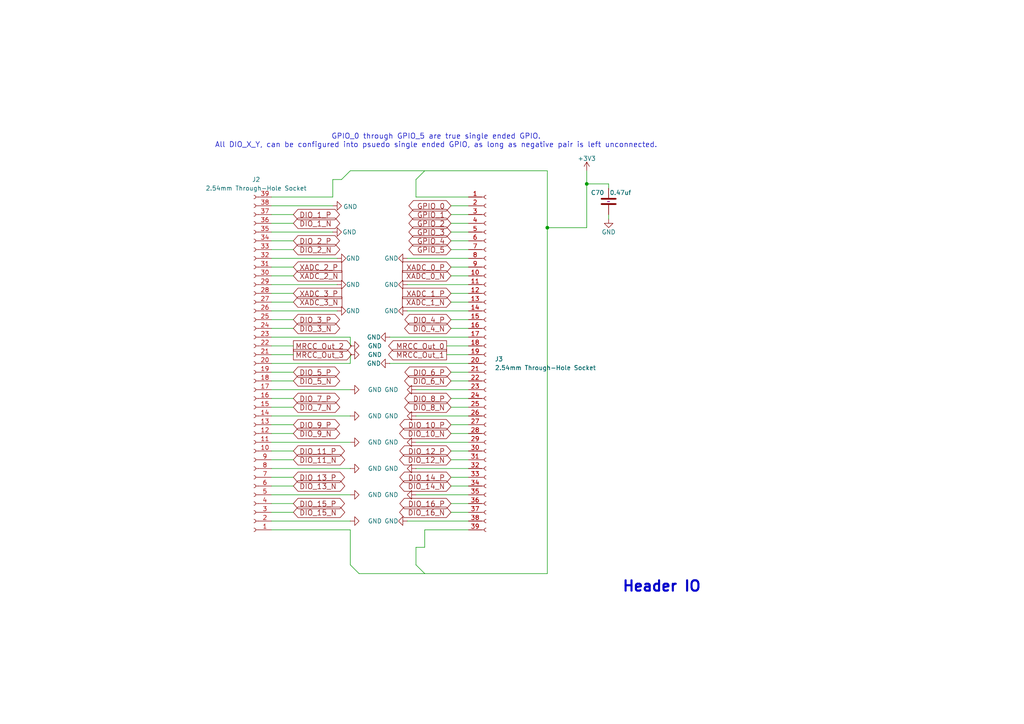
<source format=kicad_sch>
(kicad_sch
	(version 20250114)
	(generator "eeschema")
	(generator_version "9.0")
	(uuid "70c80a1b-ef6f-431c-a95c-78582220dcc3")
	(paper "A4")
	(title_block
		(title "hFPGA")
		(date "2025-09-16")
		(company "Ethan Yang (github.com/ethanyangtaco115) & Stanely Wang")
		(comment 1 "A modification of the PicoEVB (github.com/RHSResearchLLC/PicoEVB)")
		(comment 2 "An expansion")
	)
	(lib_symbols
		(symbol "+3V3_6"
			(power)
			(pin_names
				(offset 0)
			)
			(exclude_from_sim no)
			(in_bom yes)
			(on_board yes)
			(property "Reference" "#PWR"
				(at 0 -3.81 0)
				(effects
					(font
						(size 1.27 1.27)
					)
					(hide yes)
				)
			)
			(property "Value" "+3V3"
				(at 0 3.556 0)
				(effects
					(font
						(size 1.27 1.27)
					)
				)
			)
			(property "Footprint" ""
				(at 0 0 0)
				(effects
					(font
						(size 1.27 1.27)
					)
					(hide yes)
				)
			)
			(property "Datasheet" ""
				(at 0 0 0)
				(effects
					(font
						(size 1.27 1.27)
					)
					(hide yes)
				)
			)
			(property "Description" ""
				(at 0 0 0)
				(effects
					(font
						(size 1.27 1.27)
					)
					(hide yes)
				)
			)
			(property "Field5" ""
				(at 0 0 0)
				(effects
					(font
						(size 1.27 1.27)
					)
					(hide yes)
				)
			)
			(symbol "+3V3_6_0_1"
				(polyline
					(pts
						(xy -0.762 1.27) (xy 0 2.54)
					)
					(stroke
						(width 0)
						(type solid)
					)
					(fill
						(type none)
					)
				)
				(polyline
					(pts
						(xy 0 2.54) (xy 0.762 1.27)
					)
					(stroke
						(width 0)
						(type solid)
					)
					(fill
						(type none)
					)
				)
				(polyline
					(pts
						(xy 0 0) (xy 0 2.54)
					)
					(stroke
						(width 0)
						(type solid)
					)
					(fill
						(type none)
					)
				)
			)
			(symbol "+3V3_6_1_1"
				(pin power_in line
					(at 0 0 90)
					(length 0)
					(hide yes)
					(name "+3V3"
						(effects
							(font
								(size 1.27 1.27)
							)
						)
					)
					(number "1"
						(effects
							(font
								(size 1.27 1.27)
							)
						)
					)
				)
			)
			(embedded_fonts no)
		)
		(symbol "C_11"
			(pin_numbers
				(hide yes)
			)
			(pin_names
				(offset 0.254)
			)
			(exclude_from_sim no)
			(in_bom yes)
			(on_board yes)
			(property "Reference" "C"
				(at 0.635 2.54 0)
				(effects
					(font
						(size 1.27 1.27)
					)
					(justify left)
				)
			)
			(property "Value" "C"
				(at 0.635 -2.54 0)
				(effects
					(font
						(size 1.27 1.27)
					)
					(justify left)
				)
			)
			(property "Footprint" ""
				(at 0.9652 -3.81 0)
				(effects
					(font
						(size 1.27 1.27)
					)
					(hide yes)
				)
			)
			(property "Datasheet" ""
				(at 0 0 0)
				(effects
					(font
						(size 1.27 1.27)
					)
					(hide yes)
				)
			)
			(property "Description" ""
				(at 0 0 0)
				(effects
					(font
						(size 1.27 1.27)
					)
					(hide yes)
				)
			)
			(property "Field5" ""
				(at 0 0 0)
				(effects
					(font
						(size 1.27 1.27)
					)
					(hide yes)
				)
			)
			(property "ki_fp_filters" "C_*"
				(at 0 0 0)
				(effects
					(font
						(size 1.27 1.27)
					)
					(hide yes)
				)
			)
			(symbol "C_11_0_1"
				(polyline
					(pts
						(xy -2.032 0.762) (xy 2.032 0.762)
					)
					(stroke
						(width 0.508)
						(type solid)
					)
					(fill
						(type none)
					)
				)
				(polyline
					(pts
						(xy -2.032 -0.762) (xy 2.032 -0.762)
					)
					(stroke
						(width 0.508)
						(type solid)
					)
					(fill
						(type none)
					)
				)
			)
			(symbol "C_11_1_1"
				(pin passive line
					(at 0 3.81 270)
					(length 2.794)
					(name "~"
						(effects
							(font
								(size 1.27 1.27)
							)
						)
					)
					(number "1"
						(effects
							(font
								(size 1.27 1.27)
							)
						)
					)
				)
				(pin passive line
					(at 0 -3.81 90)
					(length 2.794)
					(name "~"
						(effects
							(font
								(size 1.27 1.27)
							)
						)
					)
					(number "2"
						(effects
							(font
								(size 1.27 1.27)
							)
						)
					)
				)
			)
			(embedded_fonts no)
		)
		(symbol "Connector:Conn_01x39_Socket"
			(pin_names
				(offset 1.016)
				(hide yes)
			)
			(exclude_from_sim no)
			(in_bom yes)
			(on_board yes)
			(property "Reference" "J"
				(at 0 50.8 0)
				(effects
					(font
						(size 1.27 1.27)
					)
				)
			)
			(property "Value" "Conn_01x39_Socket"
				(at 0 -50.8 0)
				(effects
					(font
						(size 1.27 1.27)
					)
				)
			)
			(property "Footprint" ""
				(at 0 0 0)
				(effects
					(font
						(size 1.27 1.27)
					)
					(hide yes)
				)
			)
			(property "Datasheet" "~"
				(at 0 0 0)
				(effects
					(font
						(size 1.27 1.27)
					)
					(hide yes)
				)
			)
			(property "Description" "Generic connector, single row, 01x39, script generated"
				(at 0 0 0)
				(effects
					(font
						(size 1.27 1.27)
					)
					(hide yes)
				)
			)
			(property "ki_locked" ""
				(at 0 0 0)
				(effects
					(font
						(size 1.27 1.27)
					)
				)
			)
			(property "ki_keywords" "connector"
				(at 0 0 0)
				(effects
					(font
						(size 1.27 1.27)
					)
					(hide yes)
				)
			)
			(property "ki_fp_filters" "Connector*:*_1x??_*"
				(at 0 0 0)
				(effects
					(font
						(size 1.27 1.27)
					)
					(hide yes)
				)
			)
			(symbol "Conn_01x39_Socket_1_1"
				(polyline
					(pts
						(xy -1.27 48.26) (xy -0.508 48.26)
					)
					(stroke
						(width 0.1524)
						(type default)
					)
					(fill
						(type none)
					)
				)
				(polyline
					(pts
						(xy -1.27 45.72) (xy -0.508 45.72)
					)
					(stroke
						(width 0.1524)
						(type default)
					)
					(fill
						(type none)
					)
				)
				(polyline
					(pts
						(xy -1.27 43.18) (xy -0.508 43.18)
					)
					(stroke
						(width 0.1524)
						(type default)
					)
					(fill
						(type none)
					)
				)
				(polyline
					(pts
						(xy -1.27 40.64) (xy -0.508 40.64)
					)
					(stroke
						(width 0.1524)
						(type default)
					)
					(fill
						(type none)
					)
				)
				(polyline
					(pts
						(xy -1.27 38.1) (xy -0.508 38.1)
					)
					(stroke
						(width 0.1524)
						(type default)
					)
					(fill
						(type none)
					)
				)
				(polyline
					(pts
						(xy -1.27 35.56) (xy -0.508 35.56)
					)
					(stroke
						(width 0.1524)
						(type default)
					)
					(fill
						(type none)
					)
				)
				(polyline
					(pts
						(xy -1.27 33.02) (xy -0.508 33.02)
					)
					(stroke
						(width 0.1524)
						(type default)
					)
					(fill
						(type none)
					)
				)
				(polyline
					(pts
						(xy -1.27 30.48) (xy -0.508 30.48)
					)
					(stroke
						(width 0.1524)
						(type default)
					)
					(fill
						(type none)
					)
				)
				(polyline
					(pts
						(xy -1.27 27.94) (xy -0.508 27.94)
					)
					(stroke
						(width 0.1524)
						(type default)
					)
					(fill
						(type none)
					)
				)
				(polyline
					(pts
						(xy -1.27 25.4) (xy -0.508 25.4)
					)
					(stroke
						(width 0.1524)
						(type default)
					)
					(fill
						(type none)
					)
				)
				(polyline
					(pts
						(xy -1.27 22.86) (xy -0.508 22.86)
					)
					(stroke
						(width 0.1524)
						(type default)
					)
					(fill
						(type none)
					)
				)
				(polyline
					(pts
						(xy -1.27 20.32) (xy -0.508 20.32)
					)
					(stroke
						(width 0.1524)
						(type default)
					)
					(fill
						(type none)
					)
				)
				(polyline
					(pts
						(xy -1.27 17.78) (xy -0.508 17.78)
					)
					(stroke
						(width 0.1524)
						(type default)
					)
					(fill
						(type none)
					)
				)
				(polyline
					(pts
						(xy -1.27 15.24) (xy -0.508 15.24)
					)
					(stroke
						(width 0.1524)
						(type default)
					)
					(fill
						(type none)
					)
				)
				(polyline
					(pts
						(xy -1.27 12.7) (xy -0.508 12.7)
					)
					(stroke
						(width 0.1524)
						(type default)
					)
					(fill
						(type none)
					)
				)
				(polyline
					(pts
						(xy -1.27 10.16) (xy -0.508 10.16)
					)
					(stroke
						(width 0.1524)
						(type default)
					)
					(fill
						(type none)
					)
				)
				(polyline
					(pts
						(xy -1.27 7.62) (xy -0.508 7.62)
					)
					(stroke
						(width 0.1524)
						(type default)
					)
					(fill
						(type none)
					)
				)
				(polyline
					(pts
						(xy -1.27 5.08) (xy -0.508 5.08)
					)
					(stroke
						(width 0.1524)
						(type default)
					)
					(fill
						(type none)
					)
				)
				(polyline
					(pts
						(xy -1.27 2.54) (xy -0.508 2.54)
					)
					(stroke
						(width 0.1524)
						(type default)
					)
					(fill
						(type none)
					)
				)
				(polyline
					(pts
						(xy -1.27 0) (xy -0.508 0)
					)
					(stroke
						(width 0.1524)
						(type default)
					)
					(fill
						(type none)
					)
				)
				(polyline
					(pts
						(xy -1.27 -2.54) (xy -0.508 -2.54)
					)
					(stroke
						(width 0.1524)
						(type default)
					)
					(fill
						(type none)
					)
				)
				(polyline
					(pts
						(xy -1.27 -5.08) (xy -0.508 -5.08)
					)
					(stroke
						(width 0.1524)
						(type default)
					)
					(fill
						(type none)
					)
				)
				(polyline
					(pts
						(xy -1.27 -7.62) (xy -0.508 -7.62)
					)
					(stroke
						(width 0.1524)
						(type default)
					)
					(fill
						(type none)
					)
				)
				(polyline
					(pts
						(xy -1.27 -10.16) (xy -0.508 -10.16)
					)
					(stroke
						(width 0.1524)
						(type default)
					)
					(fill
						(type none)
					)
				)
				(polyline
					(pts
						(xy -1.27 -12.7) (xy -0.508 -12.7)
					)
					(stroke
						(width 0.1524)
						(type default)
					)
					(fill
						(type none)
					)
				)
				(polyline
					(pts
						(xy -1.27 -15.24) (xy -0.508 -15.24)
					)
					(stroke
						(width 0.1524)
						(type default)
					)
					(fill
						(type none)
					)
				)
				(polyline
					(pts
						(xy -1.27 -17.78) (xy -0.508 -17.78)
					)
					(stroke
						(width 0.1524)
						(type default)
					)
					(fill
						(type none)
					)
				)
				(polyline
					(pts
						(xy -1.27 -20.32) (xy -0.508 -20.32)
					)
					(stroke
						(width 0.1524)
						(type default)
					)
					(fill
						(type none)
					)
				)
				(polyline
					(pts
						(xy -1.27 -22.86) (xy -0.508 -22.86)
					)
					(stroke
						(width 0.1524)
						(type default)
					)
					(fill
						(type none)
					)
				)
				(polyline
					(pts
						(xy -1.27 -25.4) (xy -0.508 -25.4)
					)
					(stroke
						(width 0.1524)
						(type default)
					)
					(fill
						(type none)
					)
				)
				(polyline
					(pts
						(xy -1.27 -27.94) (xy -0.508 -27.94)
					)
					(stroke
						(width 0.1524)
						(type default)
					)
					(fill
						(type none)
					)
				)
				(polyline
					(pts
						(xy -1.27 -30.48) (xy -0.508 -30.48)
					)
					(stroke
						(width 0.1524)
						(type default)
					)
					(fill
						(type none)
					)
				)
				(polyline
					(pts
						(xy -1.27 -33.02) (xy -0.508 -33.02)
					)
					(stroke
						(width 0.1524)
						(type default)
					)
					(fill
						(type none)
					)
				)
				(polyline
					(pts
						(xy -1.27 -35.56) (xy -0.508 -35.56)
					)
					(stroke
						(width 0.1524)
						(type default)
					)
					(fill
						(type none)
					)
				)
				(polyline
					(pts
						(xy -1.27 -38.1) (xy -0.508 -38.1)
					)
					(stroke
						(width 0.1524)
						(type default)
					)
					(fill
						(type none)
					)
				)
				(polyline
					(pts
						(xy -1.27 -40.64) (xy -0.508 -40.64)
					)
					(stroke
						(width 0.1524)
						(type default)
					)
					(fill
						(type none)
					)
				)
				(polyline
					(pts
						(xy -1.27 -43.18) (xy -0.508 -43.18)
					)
					(stroke
						(width 0.1524)
						(type default)
					)
					(fill
						(type none)
					)
				)
				(polyline
					(pts
						(xy -1.27 -45.72) (xy -0.508 -45.72)
					)
					(stroke
						(width 0.1524)
						(type default)
					)
					(fill
						(type none)
					)
				)
				(polyline
					(pts
						(xy -1.27 -48.26) (xy -0.508 -48.26)
					)
					(stroke
						(width 0.1524)
						(type default)
					)
					(fill
						(type none)
					)
				)
				(arc
					(start 0 47.752)
					(mid -0.5058 48.26)
					(end 0 48.768)
					(stroke
						(width 0.1524)
						(type default)
					)
					(fill
						(type none)
					)
				)
				(arc
					(start 0 45.212)
					(mid -0.5058 45.72)
					(end 0 46.228)
					(stroke
						(width 0.1524)
						(type default)
					)
					(fill
						(type none)
					)
				)
				(arc
					(start 0 42.672)
					(mid -0.5058 43.18)
					(end 0 43.688)
					(stroke
						(width 0.1524)
						(type default)
					)
					(fill
						(type none)
					)
				)
				(arc
					(start 0 40.132)
					(mid -0.5058 40.64)
					(end 0 41.148)
					(stroke
						(width 0.1524)
						(type default)
					)
					(fill
						(type none)
					)
				)
				(arc
					(start 0 37.592)
					(mid -0.5058 38.1)
					(end 0 38.608)
					(stroke
						(width 0.1524)
						(type default)
					)
					(fill
						(type none)
					)
				)
				(arc
					(start 0 35.052)
					(mid -0.5058 35.56)
					(end 0 36.068)
					(stroke
						(width 0.1524)
						(type default)
					)
					(fill
						(type none)
					)
				)
				(arc
					(start 0 32.512)
					(mid -0.5058 33.02)
					(end 0 33.528)
					(stroke
						(width 0.1524)
						(type default)
					)
					(fill
						(type none)
					)
				)
				(arc
					(start 0 29.972)
					(mid -0.5058 30.48)
					(end 0 30.988)
					(stroke
						(width 0.1524)
						(type default)
					)
					(fill
						(type none)
					)
				)
				(arc
					(start 0 27.432)
					(mid -0.5058 27.94)
					(end 0 28.448)
					(stroke
						(width 0.1524)
						(type default)
					)
					(fill
						(type none)
					)
				)
				(arc
					(start 0 24.892)
					(mid -0.5058 25.4)
					(end 0 25.908)
					(stroke
						(width 0.1524)
						(type default)
					)
					(fill
						(type none)
					)
				)
				(arc
					(start 0 22.352)
					(mid -0.5058 22.86)
					(end 0 23.368)
					(stroke
						(width 0.1524)
						(type default)
					)
					(fill
						(type none)
					)
				)
				(arc
					(start 0 19.812)
					(mid -0.5058 20.32)
					(end 0 20.828)
					(stroke
						(width 0.1524)
						(type default)
					)
					(fill
						(type none)
					)
				)
				(arc
					(start 0 17.272)
					(mid -0.5058 17.78)
					(end 0 18.288)
					(stroke
						(width 0.1524)
						(type default)
					)
					(fill
						(type none)
					)
				)
				(arc
					(start 0 14.732)
					(mid -0.5058 15.24)
					(end 0 15.748)
					(stroke
						(width 0.1524)
						(type default)
					)
					(fill
						(type none)
					)
				)
				(arc
					(start 0 12.192)
					(mid -0.5058 12.7)
					(end 0 13.208)
					(stroke
						(width 0.1524)
						(type default)
					)
					(fill
						(type none)
					)
				)
				(arc
					(start 0 9.652)
					(mid -0.5058 10.16)
					(end 0 10.668)
					(stroke
						(width 0.1524)
						(type default)
					)
					(fill
						(type none)
					)
				)
				(arc
					(start 0 7.112)
					(mid -0.5058 7.62)
					(end 0 8.128)
					(stroke
						(width 0.1524)
						(type default)
					)
					(fill
						(type none)
					)
				)
				(arc
					(start 0 4.572)
					(mid -0.5058 5.08)
					(end 0 5.588)
					(stroke
						(width 0.1524)
						(type default)
					)
					(fill
						(type none)
					)
				)
				(arc
					(start 0 2.032)
					(mid -0.5058 2.54)
					(end 0 3.048)
					(stroke
						(width 0.1524)
						(type default)
					)
					(fill
						(type none)
					)
				)
				(arc
					(start 0 -0.508)
					(mid -0.5058 0)
					(end 0 0.508)
					(stroke
						(width 0.1524)
						(type default)
					)
					(fill
						(type none)
					)
				)
				(arc
					(start 0 -3.048)
					(mid -0.5058 -2.54)
					(end 0 -2.032)
					(stroke
						(width 0.1524)
						(type default)
					)
					(fill
						(type none)
					)
				)
				(arc
					(start 0 -5.588)
					(mid -0.5058 -5.08)
					(end 0 -4.572)
					(stroke
						(width 0.1524)
						(type default)
					)
					(fill
						(type none)
					)
				)
				(arc
					(start 0 -8.128)
					(mid -0.5058 -7.62)
					(end 0 -7.112)
					(stroke
						(width 0.1524)
						(type default)
					)
					(fill
						(type none)
					)
				)
				(arc
					(start 0 -10.668)
					(mid -0.5058 -10.16)
					(end 0 -9.652)
					(stroke
						(width 0.1524)
						(type default)
					)
					(fill
						(type none)
					)
				)
				(arc
					(start 0 -13.208)
					(mid -0.5058 -12.7)
					(end 0 -12.192)
					(stroke
						(width 0.1524)
						(type default)
					)
					(fill
						(type none)
					)
				)
				(arc
					(start 0 -15.748)
					(mid -0.5058 -15.24)
					(end 0 -14.732)
					(stroke
						(width 0.1524)
						(type default)
					)
					(fill
						(type none)
					)
				)
				(arc
					(start 0 -18.288)
					(mid -0.5058 -17.78)
					(end 0 -17.272)
					(stroke
						(width 0.1524)
						(type default)
					)
					(fill
						(type none)
					)
				)
				(arc
					(start 0 -20.828)
					(mid -0.5058 -20.32)
					(end 0 -19.812)
					(stroke
						(width 0.1524)
						(type default)
					)
					(fill
						(type none)
					)
				)
				(arc
					(start 0 -23.368)
					(mid -0.5058 -22.86)
					(end 0 -22.352)
					(stroke
						(width 0.1524)
						(type default)
					)
					(fill
						(type none)
					)
				)
				(arc
					(start 0 -25.908)
					(mid -0.5058 -25.4)
					(end 0 -24.892)
					(stroke
						(width 0.1524)
						(type default)
					)
					(fill
						(type none)
					)
				)
				(arc
					(start 0 -28.448)
					(mid -0.5058 -27.94)
					(end 0 -27.432)
					(stroke
						(width 0.1524)
						(type default)
					)
					(fill
						(type none)
					)
				)
				(arc
					(start 0 -30.988)
					(mid -0.5058 -30.48)
					(end 0 -29.972)
					(stroke
						(width 0.1524)
						(type default)
					)
					(fill
						(type none)
					)
				)
				(arc
					(start 0 -33.528)
					(mid -0.5058 -33.02)
					(end 0 -32.512)
					(stroke
						(width 0.1524)
						(type default)
					)
					(fill
						(type none)
					)
				)
				(arc
					(start 0 -36.068)
					(mid -0.5058 -35.56)
					(end 0 -35.052)
					(stroke
						(width 0.1524)
						(type default)
					)
					(fill
						(type none)
					)
				)
				(arc
					(start 0 -38.608)
					(mid -0.5058 -38.1)
					(end 0 -37.592)
					(stroke
						(width 0.1524)
						(type default)
					)
					(fill
						(type none)
					)
				)
				(arc
					(start 0 -41.148)
					(mid -0.5058 -40.64)
					(end 0 -40.132)
					(stroke
						(width 0.1524)
						(type default)
					)
					(fill
						(type none)
					)
				)
				(arc
					(start 0 -43.688)
					(mid -0.5058 -43.18)
					(end 0 -42.672)
					(stroke
						(width 0.1524)
						(type default)
					)
					(fill
						(type none)
					)
				)
				(arc
					(start 0 -46.228)
					(mid -0.5058 -45.72)
					(end 0 -45.212)
					(stroke
						(width 0.1524)
						(type default)
					)
					(fill
						(type none)
					)
				)
				(arc
					(start 0 -48.768)
					(mid -0.5058 -48.26)
					(end 0 -47.752)
					(stroke
						(width 0.1524)
						(type default)
					)
					(fill
						(type none)
					)
				)
				(pin passive line
					(at -5.08 48.26 0)
					(length 3.81)
					(name "Pin_1"
						(effects
							(font
								(size 1.27 1.27)
							)
						)
					)
					(number "1"
						(effects
							(font
								(size 1.27 1.27)
							)
						)
					)
				)
				(pin passive line
					(at -5.08 45.72 0)
					(length 3.81)
					(name "Pin_2"
						(effects
							(font
								(size 1.27 1.27)
							)
						)
					)
					(number "2"
						(effects
							(font
								(size 1.27 1.27)
							)
						)
					)
				)
				(pin passive line
					(at -5.08 43.18 0)
					(length 3.81)
					(name "Pin_3"
						(effects
							(font
								(size 1.27 1.27)
							)
						)
					)
					(number "3"
						(effects
							(font
								(size 1.27 1.27)
							)
						)
					)
				)
				(pin passive line
					(at -5.08 40.64 0)
					(length 3.81)
					(name "Pin_4"
						(effects
							(font
								(size 1.27 1.27)
							)
						)
					)
					(number "4"
						(effects
							(font
								(size 1.27 1.27)
							)
						)
					)
				)
				(pin passive line
					(at -5.08 38.1 0)
					(length 3.81)
					(name "Pin_5"
						(effects
							(font
								(size 1.27 1.27)
							)
						)
					)
					(number "5"
						(effects
							(font
								(size 1.27 1.27)
							)
						)
					)
				)
				(pin passive line
					(at -5.08 35.56 0)
					(length 3.81)
					(name "Pin_6"
						(effects
							(font
								(size 1.27 1.27)
							)
						)
					)
					(number "6"
						(effects
							(font
								(size 1.27 1.27)
							)
						)
					)
				)
				(pin passive line
					(at -5.08 33.02 0)
					(length 3.81)
					(name "Pin_7"
						(effects
							(font
								(size 1.27 1.27)
							)
						)
					)
					(number "7"
						(effects
							(font
								(size 1.27 1.27)
							)
						)
					)
				)
				(pin passive line
					(at -5.08 30.48 0)
					(length 3.81)
					(name "Pin_8"
						(effects
							(font
								(size 1.27 1.27)
							)
						)
					)
					(number "8"
						(effects
							(font
								(size 1.27 1.27)
							)
						)
					)
				)
				(pin passive line
					(at -5.08 27.94 0)
					(length 3.81)
					(name "Pin_9"
						(effects
							(font
								(size 1.27 1.27)
							)
						)
					)
					(number "9"
						(effects
							(font
								(size 1.27 1.27)
							)
						)
					)
				)
				(pin passive line
					(at -5.08 25.4 0)
					(length 3.81)
					(name "Pin_10"
						(effects
							(font
								(size 1.27 1.27)
							)
						)
					)
					(number "10"
						(effects
							(font
								(size 1.27 1.27)
							)
						)
					)
				)
				(pin passive line
					(at -5.08 22.86 0)
					(length 3.81)
					(name "Pin_11"
						(effects
							(font
								(size 1.27 1.27)
							)
						)
					)
					(number "11"
						(effects
							(font
								(size 1.27 1.27)
							)
						)
					)
				)
				(pin passive line
					(at -5.08 20.32 0)
					(length 3.81)
					(name "Pin_12"
						(effects
							(font
								(size 1.27 1.27)
							)
						)
					)
					(number "12"
						(effects
							(font
								(size 1.27 1.27)
							)
						)
					)
				)
				(pin passive line
					(at -5.08 17.78 0)
					(length 3.81)
					(name "Pin_13"
						(effects
							(font
								(size 1.27 1.27)
							)
						)
					)
					(number "13"
						(effects
							(font
								(size 1.27 1.27)
							)
						)
					)
				)
				(pin passive line
					(at -5.08 15.24 0)
					(length 3.81)
					(name "Pin_14"
						(effects
							(font
								(size 1.27 1.27)
							)
						)
					)
					(number "14"
						(effects
							(font
								(size 1.27 1.27)
							)
						)
					)
				)
				(pin passive line
					(at -5.08 12.7 0)
					(length 3.81)
					(name "Pin_15"
						(effects
							(font
								(size 1.27 1.27)
							)
						)
					)
					(number "15"
						(effects
							(font
								(size 1.27 1.27)
							)
						)
					)
				)
				(pin passive line
					(at -5.08 10.16 0)
					(length 3.81)
					(name "Pin_16"
						(effects
							(font
								(size 1.27 1.27)
							)
						)
					)
					(number "16"
						(effects
							(font
								(size 1.27 1.27)
							)
						)
					)
				)
				(pin passive line
					(at -5.08 7.62 0)
					(length 3.81)
					(name "Pin_17"
						(effects
							(font
								(size 1.27 1.27)
							)
						)
					)
					(number "17"
						(effects
							(font
								(size 1.27 1.27)
							)
						)
					)
				)
				(pin passive line
					(at -5.08 5.08 0)
					(length 3.81)
					(name "Pin_18"
						(effects
							(font
								(size 1.27 1.27)
							)
						)
					)
					(number "18"
						(effects
							(font
								(size 1.27 1.27)
							)
						)
					)
				)
				(pin passive line
					(at -5.08 2.54 0)
					(length 3.81)
					(name "Pin_19"
						(effects
							(font
								(size 1.27 1.27)
							)
						)
					)
					(number "19"
						(effects
							(font
								(size 1.27 1.27)
							)
						)
					)
				)
				(pin passive line
					(at -5.08 0 0)
					(length 3.81)
					(name "Pin_20"
						(effects
							(font
								(size 1.27 1.27)
							)
						)
					)
					(number "20"
						(effects
							(font
								(size 1.27 1.27)
							)
						)
					)
				)
				(pin passive line
					(at -5.08 -2.54 0)
					(length 3.81)
					(name "Pin_21"
						(effects
							(font
								(size 1.27 1.27)
							)
						)
					)
					(number "21"
						(effects
							(font
								(size 1.27 1.27)
							)
						)
					)
				)
				(pin passive line
					(at -5.08 -5.08 0)
					(length 3.81)
					(name "Pin_22"
						(effects
							(font
								(size 1.27 1.27)
							)
						)
					)
					(number "22"
						(effects
							(font
								(size 1.27 1.27)
							)
						)
					)
				)
				(pin passive line
					(at -5.08 -7.62 0)
					(length 3.81)
					(name "Pin_23"
						(effects
							(font
								(size 1.27 1.27)
							)
						)
					)
					(number "23"
						(effects
							(font
								(size 1.27 1.27)
							)
						)
					)
				)
				(pin passive line
					(at -5.08 -10.16 0)
					(length 3.81)
					(name "Pin_24"
						(effects
							(font
								(size 1.27 1.27)
							)
						)
					)
					(number "24"
						(effects
							(font
								(size 1.27 1.27)
							)
						)
					)
				)
				(pin passive line
					(at -5.08 -12.7 0)
					(length 3.81)
					(name "Pin_25"
						(effects
							(font
								(size 1.27 1.27)
							)
						)
					)
					(number "25"
						(effects
							(font
								(size 1.27 1.27)
							)
						)
					)
				)
				(pin passive line
					(at -5.08 -15.24 0)
					(length 3.81)
					(name "Pin_26"
						(effects
							(font
								(size 1.27 1.27)
							)
						)
					)
					(number "26"
						(effects
							(font
								(size 1.27 1.27)
							)
						)
					)
				)
				(pin passive line
					(at -5.08 -17.78 0)
					(length 3.81)
					(name "Pin_27"
						(effects
							(font
								(size 1.27 1.27)
							)
						)
					)
					(number "27"
						(effects
							(font
								(size 1.27 1.27)
							)
						)
					)
				)
				(pin passive line
					(at -5.08 -20.32 0)
					(length 3.81)
					(name "Pin_28"
						(effects
							(font
								(size 1.27 1.27)
							)
						)
					)
					(number "28"
						(effects
							(font
								(size 1.27 1.27)
							)
						)
					)
				)
				(pin passive line
					(at -5.08 -22.86 0)
					(length 3.81)
					(name "Pin_29"
						(effects
							(font
								(size 1.27 1.27)
							)
						)
					)
					(number "29"
						(effects
							(font
								(size 1.27 1.27)
							)
						)
					)
				)
				(pin passive line
					(at -5.08 -25.4 0)
					(length 3.81)
					(name "Pin_30"
						(effects
							(font
								(size 1.27 1.27)
							)
						)
					)
					(number "30"
						(effects
							(font
								(size 1.27 1.27)
							)
						)
					)
				)
				(pin passive line
					(at -5.08 -27.94 0)
					(length 3.81)
					(name "Pin_31"
						(effects
							(font
								(size 1.27 1.27)
							)
						)
					)
					(number "31"
						(effects
							(font
								(size 1.27 1.27)
							)
						)
					)
				)
				(pin passive line
					(at -5.08 -30.48 0)
					(length 3.81)
					(name "Pin_32"
						(effects
							(font
								(size 1.27 1.27)
							)
						)
					)
					(number "32"
						(effects
							(font
								(size 1.27 1.27)
							)
						)
					)
				)
				(pin passive line
					(at -5.08 -33.02 0)
					(length 3.81)
					(name "Pin_33"
						(effects
							(font
								(size 1.27 1.27)
							)
						)
					)
					(number "33"
						(effects
							(font
								(size 1.27 1.27)
							)
						)
					)
				)
				(pin passive line
					(at -5.08 -35.56 0)
					(length 3.81)
					(name "Pin_34"
						(effects
							(font
								(size 1.27 1.27)
							)
						)
					)
					(number "34"
						(effects
							(font
								(size 1.27 1.27)
							)
						)
					)
				)
				(pin passive line
					(at -5.08 -38.1 0)
					(length 3.81)
					(name "Pin_35"
						(effects
							(font
								(size 1.27 1.27)
							)
						)
					)
					(number "35"
						(effects
							(font
								(size 1.27 1.27)
							)
						)
					)
				)
				(pin passive line
					(at -5.08 -40.64 0)
					(length 3.81)
					(name "Pin_36"
						(effects
							(font
								(size 1.27 1.27)
							)
						)
					)
					(number "36"
						(effects
							(font
								(size 1.27 1.27)
							)
						)
					)
				)
				(pin passive line
					(at -5.08 -43.18 0)
					(length 3.81)
					(name "Pin_37"
						(effects
							(font
								(size 1.27 1.27)
							)
						)
					)
					(number "37"
						(effects
							(font
								(size 1.27 1.27)
							)
						)
					)
				)
				(pin passive line
					(at -5.08 -45.72 0)
					(length 3.81)
					(name "Pin_38"
						(effects
							(font
								(size 1.27 1.27)
							)
						)
					)
					(number "38"
						(effects
							(font
								(size 1.27 1.27)
							)
						)
					)
				)
				(pin passive line
					(at -5.08 -48.26 0)
					(length 3.81)
					(name "Pin_39"
						(effects
							(font
								(size 1.27 1.27)
							)
						)
					)
					(number "39"
						(effects
							(font
								(size 1.27 1.27)
							)
						)
					)
				)
			)
			(embedded_fonts no)
		)
		(symbol "GND_24"
			(power)
			(pin_names
				(offset 0)
			)
			(exclude_from_sim no)
			(in_bom yes)
			(on_board yes)
			(property "Reference" "#PWR"
				(at 0 -6.35 0)
				(effects
					(font
						(size 1.27 1.27)
					)
					(hide yes)
				)
			)
			(property "Value" "GND"
				(at 0 -3.81 0)
				(effects
					(font
						(size 1.27 1.27)
					)
				)
			)
			(property "Footprint" ""
				(at 0 0 0)
				(effects
					(font
						(size 1.27 1.27)
					)
					(hide yes)
				)
			)
			(property "Datasheet" ""
				(at 0 0 0)
				(effects
					(font
						(size 1.27 1.27)
					)
					(hide yes)
				)
			)
			(property "Description" ""
				(at 0 0 0)
				(effects
					(font
						(size 1.27 1.27)
					)
					(hide yes)
				)
			)
			(property "Field5" ""
				(at 0 0 0)
				(effects
					(font
						(size 1.27 1.27)
					)
					(hide yes)
				)
			)
			(symbol "GND_24_0_1"
				(polyline
					(pts
						(xy 0 0) (xy 0 -1.27) (xy 1.27 -1.27) (xy 0 -2.54) (xy -1.27 -1.27) (xy 0 -1.27)
					)
					(stroke
						(width 0)
						(type solid)
					)
					(fill
						(type none)
					)
				)
			)
			(symbol "GND_24_1_1"
				(pin power_in line
					(at 0 0 270)
					(length 0)
					(hide yes)
					(name "GND"
						(effects
							(font
								(size 1.27 1.27)
							)
						)
					)
					(number "1"
						(effects
							(font
								(size 1.27 1.27)
							)
						)
					)
				)
			)
			(embedded_fonts no)
		)
		(symbol "power:GND"
			(power)
			(pin_numbers
				(hide yes)
			)
			(pin_names
				(offset 0)
				(hide yes)
			)
			(exclude_from_sim no)
			(in_bom yes)
			(on_board yes)
			(property "Reference" "#PWR"
				(at 0 -6.35 0)
				(effects
					(font
						(size 1.27 1.27)
					)
					(hide yes)
				)
			)
			(property "Value" "GND"
				(at 0 -3.81 0)
				(effects
					(font
						(size 1.27 1.27)
					)
				)
			)
			(property "Footprint" ""
				(at 0 0 0)
				(effects
					(font
						(size 1.27 1.27)
					)
					(hide yes)
				)
			)
			(property "Datasheet" ""
				(at 0 0 0)
				(effects
					(font
						(size 1.27 1.27)
					)
					(hide yes)
				)
			)
			(property "Description" "Power symbol creates a global label with name \"GND\" , ground"
				(at 0 0 0)
				(effects
					(font
						(size 1.27 1.27)
					)
					(hide yes)
				)
			)
			(property "ki_keywords" "global power"
				(at 0 0 0)
				(effects
					(font
						(size 1.27 1.27)
					)
					(hide yes)
				)
			)
			(symbol "GND_0_1"
				(polyline
					(pts
						(xy 0 0) (xy 0 -1.27) (xy 1.27 -1.27) (xy 0 -2.54) (xy -1.27 -1.27) (xy 0 -1.27)
					)
					(stroke
						(width 0)
						(type default)
					)
					(fill
						(type none)
					)
				)
			)
			(symbol "GND_1_1"
				(pin power_in line
					(at 0 0 270)
					(length 0)
					(name "~"
						(effects
							(font
								(size 1.27 1.27)
							)
						)
					)
					(number "1"
						(effects
							(font
								(size 1.27 1.27)
							)
						)
					)
				)
			)
			(embedded_fonts no)
		)
	)
	(text "GPIO_0 through GPIO_5 are true single ended GPIO.\nAll DIO_X_Y, can be configured into psuedo single ended GPIO, as long as negative pair is left unconnected."
		(exclude_from_sim no)
		(at 126.492 40.894 0)
		(effects
			(font
				(size 1.524 1.524)
			)
		)
		(uuid "15fef4cd-4899-4f3b-b18c-6295ba0fb03c")
	)
	(text "Header IO"
		(exclude_from_sim no)
		(at 180.34 171.958 0)
		(effects
			(font
				(size 2.9972 2.9972)
				(thickness 0.5994)
				(bold yes)
			)
			(justify left bottom)
		)
		(uuid "442571c6-6f90-48bf-9ee4-a787a379b34b")
	)
	(junction
		(at 170.18 53.34)
		(diameter 0)
		(color 0 0 0 0)
		(uuid "46640468-26a1-444c-8a84-bf8a70a96525")
	)
	(junction
		(at 158.75 66.04)
		(diameter 0)
		(color 0 0 0 0)
		(uuid "842e8d10-1ff8-44b0-93e7-0c9283b8ae05")
	)
	(bus_entry
		(at 120.65 163.83)
		(size 2.54 2.54)
		(stroke
			(width 0)
			(type default)
		)
		(uuid "30958ae1-b55b-4c30-8be9-0d2db9c9581f")
	)
	(bus_entry
		(at 101.6 163.83)
		(size 2.54 2.54)
		(stroke
			(width 0)
			(type default)
		)
		(uuid "470f5e37-e553-4728-a84c-fdc40e1e41a2")
	)
	(bus_entry
		(at 99.06 52.07)
		(size 2.54 -2.54)
		(stroke
			(width 0)
			(type default)
		)
		(uuid "7e67f3fb-ee28-4060-a42f-eaaed37beb50")
	)
	(bus_entry
		(at 120.65 52.07)
		(size 2.54 -2.54)
		(stroke
			(width 0)
			(type default)
		)
		(uuid "da5cd7d9-244e-4b16-aeaa-9aadb3161b86")
	)
	(wire
		(pts
			(xy 85.09 92.71) (xy 78.74 92.71)
		)
		(stroke
			(width 0)
			(type default)
		)
		(uuid "0385aa77-5dea-425e-a4c4-409083ae8345")
	)
	(wire
		(pts
			(xy 85.09 85.09) (xy 78.74 85.09)
		)
		(stroke
			(width 0)
			(type default)
		)
		(uuid "06b4b69c-4fe2-4636-a24e-595f36e0358d")
	)
	(wire
		(pts
			(xy 85.09 123.19) (xy 78.74 123.19)
		)
		(stroke
			(width 0)
			(type default)
		)
		(uuid "0a0d5853-95b9-4f81-8dc5-d6b8dcf8ea3f")
	)
	(wire
		(pts
			(xy 130.81 64.77) (xy 135.89 64.77)
		)
		(stroke
			(width 0)
			(type default)
		)
		(uuid "0cc92dfc-af08-4553-94a2-1c63a7168db2")
	)
	(wire
		(pts
			(xy 101.6 151.13) (xy 78.74 151.13)
		)
		(stroke
			(width 0)
			(type default)
		)
		(uuid "0ddf94cf-8df4-482b-9b31-1a86f802c8c7")
	)
	(wire
		(pts
			(xy 85.09 140.97) (xy 78.74 140.97)
		)
		(stroke
			(width 0)
			(type default)
		)
		(uuid "10562e3e-8089-4a7f-859a-2ced44fe7369")
	)
	(wire
		(pts
			(xy 123.19 158.75) (xy 123.19 153.67)
		)
		(stroke
			(width 0)
			(type default)
		)
		(uuid "10f82fd6-3ad6-4cd3-85a3-323cf0a5e1fa")
	)
	(wire
		(pts
			(xy 104.14 166.37) (xy 123.19 166.37)
		)
		(stroke
			(width 0)
			(type default)
		)
		(uuid "17f809cc-248e-48bf-b083-8ad7f84f2559")
	)
	(wire
		(pts
			(xy 101.6 113.03) (xy 78.74 113.03)
		)
		(stroke
			(width 0)
			(type default)
		)
		(uuid "182ea2c5-03c9-4d7a-9e03-cd6ac50734da")
	)
	(wire
		(pts
			(xy 85.09 87.63) (xy 78.74 87.63)
		)
		(stroke
			(width 0)
			(type default)
		)
		(uuid "1b5d539c-b5b8-4f4a-b8b3-987dbf1b556b")
	)
	(wire
		(pts
			(xy 96.52 52.07) (xy 96.52 57.15)
		)
		(stroke
			(width 0)
			(type default)
		)
		(uuid "1b72fc93-94fc-460b-8071-1688d2b53274")
	)
	(wire
		(pts
			(xy 96.52 67.31) (xy 78.74 67.31)
		)
		(stroke
			(width 0)
			(type default)
		)
		(uuid "1fd4ec6d-4620-4d19-9ea1-b04d5a267c5f")
	)
	(wire
		(pts
			(xy 96.52 57.15) (xy 78.74 57.15)
		)
		(stroke
			(width 0)
			(type default)
		)
		(uuid "20cbf79b-8ab9-4b8f-abeb-e7aa2e43ab76")
	)
	(wire
		(pts
			(xy 101.6 153.67) (xy 101.6 163.83)
		)
		(stroke
			(width 0)
			(type default)
		)
		(uuid "21477c0e-71bb-4ecb-bd35-6a111bfc42bc")
	)
	(wire
		(pts
			(xy 130.81 95.25) (xy 135.89 95.25)
		)
		(stroke
			(width 0)
			(type default)
		)
		(uuid "22a808c0-fd96-46b7-952e-5756fb15f09f")
	)
	(wire
		(pts
			(xy 130.81 115.57) (xy 135.89 115.57)
		)
		(stroke
			(width 0)
			(type default)
		)
		(uuid "23794443-1a10-472e-bb0c-be9401690ac6")
	)
	(wire
		(pts
			(xy 78.74 102.87) (xy 85.09 102.87)
		)
		(stroke
			(width 0)
			(type default)
		)
		(uuid "23e2f943-e505-40a4-bf90-cf4963b8be13")
	)
	(wire
		(pts
			(xy 120.65 113.03) (xy 135.89 113.03)
		)
		(stroke
			(width 0)
			(type default)
		)
		(uuid "2440c707-afb8-489a-93cb-4d76fb81338c")
	)
	(wire
		(pts
			(xy 85.09 133.35) (xy 78.74 133.35)
		)
		(stroke
			(width 0)
			(type default)
		)
		(uuid "24ce2407-27fe-4008-b593-af2f11ef3bd5")
	)
	(wire
		(pts
			(xy 123.19 49.53) (xy 158.75 49.53)
		)
		(stroke
			(width 0)
			(type default)
		)
		(uuid "26725c8f-3d98-491c-9e13-a4ffbdcd6bbd")
	)
	(wire
		(pts
			(xy 85.09 69.85) (xy 78.74 69.85)
		)
		(stroke
			(width 0)
			(type default)
		)
		(uuid "282429fa-fd1f-4ebc-a3ca-35de2a34b76a")
	)
	(wire
		(pts
			(xy 101.6 143.51) (xy 78.74 143.51)
		)
		(stroke
			(width 0)
			(type default)
		)
		(uuid "2b4a6916-868b-424c-bce3-07037404702e")
	)
	(wire
		(pts
			(xy 85.09 64.77) (xy 78.74 64.77)
		)
		(stroke
			(width 0)
			(type default)
		)
		(uuid "2be3929a-c96b-4de1-889b-6a72a17de7c4")
	)
	(wire
		(pts
			(xy 130.81 59.69) (xy 135.89 59.69)
		)
		(stroke
			(width 0)
			(type default)
		)
		(uuid "303a83f8-f59f-4709-8f1b-fb3d240afcb4")
	)
	(wire
		(pts
			(xy 123.19 166.37) (xy 158.75 166.37)
		)
		(stroke
			(width 0)
			(type default)
		)
		(uuid "30e81299-84e7-44df-b350-7aeb101acd6b")
	)
	(wire
		(pts
			(xy 101.6 102.87) (xy 101.6 105.41)
		)
		(stroke
			(width 0)
			(type default)
		)
		(uuid "342368dd-fba7-4b42-8e79-9c3da5dc1a58")
	)
	(wire
		(pts
			(xy 85.09 107.95) (xy 78.74 107.95)
		)
		(stroke
			(width 0)
			(type default)
		)
		(uuid "357e0d9d-90a9-45ad-ab2c-3d10edb90880")
	)
	(wire
		(pts
			(xy 118.11 90.17) (xy 135.89 90.17)
		)
		(stroke
			(width 0)
			(type default)
		)
		(uuid "387e91e7-3d19-418a-955e-69abbe6f2d82")
	)
	(wire
		(pts
			(xy 120.65 158.75) (xy 120.65 163.83)
		)
		(stroke
			(width 0)
			(type default)
		)
		(uuid "3f89635e-308b-4904-ae51-e0313a50ae50")
	)
	(wire
		(pts
			(xy 120.65 52.07) (xy 120.65 57.15)
		)
		(stroke
			(width 0)
			(type default)
		)
		(uuid "3fb02d16-c589-4325-b6dd-e0628c09f6f5")
	)
	(wire
		(pts
			(xy 130.81 72.39) (xy 135.89 72.39)
		)
		(stroke
			(width 0)
			(type default)
		)
		(uuid "4098e4bc-739c-415a-ad4b-30bba1c516a8")
	)
	(wire
		(pts
			(xy 101.6 97.79) (xy 78.74 97.79)
		)
		(stroke
			(width 0)
			(type default)
		)
		(uuid "40f6d75f-7b17-431b-871a-0927c69db41c")
	)
	(wire
		(pts
			(xy 101.6 128.27) (xy 78.74 128.27)
		)
		(stroke
			(width 0)
			(type default)
		)
		(uuid "42140871-3b7f-43da-8e27-b698f2bc77b3")
	)
	(wire
		(pts
			(xy 130.81 62.23) (xy 135.89 62.23)
		)
		(stroke
			(width 0)
			(type default)
		)
		(uuid "472d5058-0609-4a2a-86e2-83ad85c4392b")
	)
	(wire
		(pts
			(xy 129.54 102.87) (xy 135.89 102.87)
		)
		(stroke
			(width 0)
			(type default)
		)
		(uuid "49165fb1-a44b-4e7a-9205-905a6e4589e1")
	)
	(wire
		(pts
			(xy 85.09 148.59) (xy 78.74 148.59)
		)
		(stroke
			(width 0)
			(type default)
		)
		(uuid "4a4d2b6c-5db1-49c9-a170-c0e18f47f601")
	)
	(wire
		(pts
			(xy 85.09 95.25) (xy 78.74 95.25)
		)
		(stroke
			(width 0)
			(type default)
		)
		(uuid "53cc1b35-cf9d-4266-bc94-9cd20cd6d41c")
	)
	(wire
		(pts
			(xy 130.81 87.63) (xy 135.89 87.63)
		)
		(stroke
			(width 0)
			(type default)
		)
		(uuid "548c6548-8408-42c1-baa6-35b37b6c910c")
	)
	(wire
		(pts
			(xy 118.11 82.55) (xy 135.89 82.55)
		)
		(stroke
			(width 0)
			(type default)
		)
		(uuid "56c81eb4-72a1-41cf-8a84-7152f4caa8d1")
	)
	(wire
		(pts
			(xy 113.03 105.41) (xy 135.89 105.41)
		)
		(stroke
			(width 0)
			(type default)
		)
		(uuid "584c6ad2-f0af-41a6-ac05-a83df9bb8163")
	)
	(wire
		(pts
			(xy 176.53 53.34) (xy 170.18 53.34)
		)
		(stroke
			(width 0)
			(type default)
		)
		(uuid "5976e138-7797-48cb-aedc-b0467f7f8e07")
	)
	(wire
		(pts
			(xy 170.18 66.04) (xy 158.75 66.04)
		)
		(stroke
			(width 0)
			(type default)
		)
		(uuid "5afcd65f-68fa-46f2-a18a-435ec7e7cb26")
	)
	(wire
		(pts
			(xy 130.81 77.47) (xy 135.89 77.47)
		)
		(stroke
			(width 0)
			(type default)
		)
		(uuid "5b80d7cd-a285-4495-b290-e0802e3ca257")
	)
	(wire
		(pts
			(xy 130.81 85.09) (xy 135.89 85.09)
		)
		(stroke
			(width 0)
			(type default)
		)
		(uuid "5d352834-3775-4f21-8bd5-a793b38987ef")
	)
	(wire
		(pts
			(xy 176.53 54.61) (xy 176.53 53.34)
		)
		(stroke
			(width 0)
			(type default)
		)
		(uuid "659ccd55-9c94-49cc-bb41-1dde2c46e14d")
	)
	(wire
		(pts
			(xy 130.81 118.11) (xy 135.89 118.11)
		)
		(stroke
			(width 0)
			(type default)
		)
		(uuid "6a165650-a476-4088-9b29-8995a666aed9")
	)
	(wire
		(pts
			(xy 78.74 82.55) (xy 97.79 82.55)
		)
		(stroke
			(width 0)
			(type default)
		)
		(uuid "6a259aad-296d-4c1a-a93a-ebe77b579f5a")
	)
	(wire
		(pts
			(xy 130.81 125.73) (xy 135.89 125.73)
		)
		(stroke
			(width 0)
			(type default)
		)
		(uuid "6c3b3bb0-e891-4311-95a9-1ec59fb59f0c")
	)
	(wire
		(pts
			(xy 85.09 130.81) (xy 78.74 130.81)
		)
		(stroke
			(width 0)
			(type default)
		)
		(uuid "7259a034-27b4-4a1b-b7b3-1688d6f0e54c")
	)
	(wire
		(pts
			(xy 176.53 62.23) (xy 176.53 63.5)
		)
		(stroke
			(width 0)
			(type default)
		)
		(uuid "7f7be1f0-f852-4a48-97fc-8cb060c598e1")
	)
	(wire
		(pts
			(xy 85.09 146.05) (xy 78.74 146.05)
		)
		(stroke
			(width 0)
			(type default)
		)
		(uuid "802bfbb1-e8cc-4778-ba20-d95d9a3f09ae")
	)
	(wire
		(pts
			(xy 78.74 90.17) (xy 97.79 90.17)
		)
		(stroke
			(width 0)
			(type default)
		)
		(uuid "80497d9a-8fd8-48af-a3f7-d5a3976a5f3b")
	)
	(wire
		(pts
			(xy 130.81 67.31) (xy 135.89 67.31)
		)
		(stroke
			(width 0)
			(type default)
		)
		(uuid "81f5ffb0-e951-439d-962f-11f39986113b")
	)
	(wire
		(pts
			(xy 101.6 49.53) (xy 123.19 49.53)
		)
		(stroke
			(width 0)
			(type default)
		)
		(uuid "829199f8-94a4-4e65-9b28-691db7fbf14f")
	)
	(wire
		(pts
			(xy 85.09 115.57) (xy 78.74 115.57)
		)
		(stroke
			(width 0)
			(type default)
		)
		(uuid "82e0fb71-e102-4bda-8810-5582f3828577")
	)
	(wire
		(pts
			(xy 118.11 74.93) (xy 135.89 74.93)
		)
		(stroke
			(width 0)
			(type default)
		)
		(uuid "84602ce7-5b3a-4b7c-9927-59bcc08653ce")
	)
	(wire
		(pts
			(xy 78.74 74.93) (xy 97.79 74.93)
		)
		(stroke
			(width 0)
			(type default)
		)
		(uuid "861f69c1-9995-420a-897d-24399d257d8d")
	)
	(wire
		(pts
			(xy 85.09 80.01) (xy 78.74 80.01)
		)
		(stroke
			(width 0)
			(type default)
		)
		(uuid "863e93e6-4471-4206-b0bc-f49d8a814052")
	)
	(wire
		(pts
			(xy 130.81 123.19) (xy 135.89 123.19)
		)
		(stroke
			(width 0)
			(type default)
		)
		(uuid "8732d23a-8875-4da7-b278-5b11ae8a9716")
	)
	(wire
		(pts
			(xy 99.06 52.07) (xy 96.52 52.07)
		)
		(stroke
			(width 0)
			(type default)
		)
		(uuid "89a1c0f8-7215-4afd-821d-1f43426949b4")
	)
	(wire
		(pts
			(xy 130.81 146.05) (xy 135.89 146.05)
		)
		(stroke
			(width 0)
			(type default)
		)
		(uuid "8c087f5a-68c7-4dcf-a56c-537063d9950d")
	)
	(wire
		(pts
			(xy 120.65 128.27) (xy 135.89 128.27)
		)
		(stroke
			(width 0)
			(type default)
		)
		(uuid "8dcc2251-f0df-4909-b2e8-cce013634d91")
	)
	(wire
		(pts
			(xy 170.18 49.53) (xy 170.18 53.34)
		)
		(stroke
			(width 0)
			(type default)
		)
		(uuid "8ef5da6f-e1e7-4b14-92d0-89f4268fa232")
	)
	(wire
		(pts
			(xy 130.81 69.85) (xy 135.89 69.85)
		)
		(stroke
			(width 0)
			(type default)
		)
		(uuid "8fde8d5b-e880-416d-bd9b-982459aacd58")
	)
	(wire
		(pts
			(xy 170.18 53.34) (xy 170.18 66.04)
		)
		(stroke
			(width 0)
			(type default)
		)
		(uuid "96f1aa9b-128c-488b-bda2-27b3e2db83af")
	)
	(wire
		(pts
			(xy 101.6 100.33) (xy 101.6 97.79)
		)
		(stroke
			(width 0)
			(type default)
		)
		(uuid "a5544659-80ef-4ff6-9644-89f1c6c1993d")
	)
	(wire
		(pts
			(xy 118.11 151.13) (xy 135.89 151.13)
		)
		(stroke
			(width 0)
			(type default)
		)
		(uuid "ae3b7d0d-c742-4f8f-8cbd-24312be21ab2")
	)
	(wire
		(pts
			(xy 85.09 138.43) (xy 78.74 138.43)
		)
		(stroke
			(width 0)
			(type default)
		)
		(uuid "aea670b8-b12b-4b76-9c18-82346758dc27")
	)
	(wire
		(pts
			(xy 120.65 143.51) (xy 135.89 143.51)
		)
		(stroke
			(width 0)
			(type default)
		)
		(uuid "b3446eb5-5360-4413-ac48-611dfe6000c4")
	)
	(wire
		(pts
			(xy 120.65 120.65) (xy 135.89 120.65)
		)
		(stroke
			(width 0)
			(type default)
		)
		(uuid "b97fa153-5983-41ce-a8b5-231e2f47df8f")
	)
	(wire
		(pts
			(xy 130.81 140.97) (xy 135.89 140.97)
		)
		(stroke
			(width 0)
			(type default)
		)
		(uuid "bbaebcfc-7ab9-4b11-97cc-f4c7ae6067d0")
	)
	(wire
		(pts
			(xy 120.65 57.15) (xy 135.89 57.15)
		)
		(stroke
			(width 0)
			(type default)
		)
		(uuid "bc9a927a-b5bb-4f00-8e4a-638c830ad062")
	)
	(wire
		(pts
			(xy 85.09 125.73) (xy 78.74 125.73)
		)
		(stroke
			(width 0)
			(type default)
		)
		(uuid "be2a78c9-4b0b-4858-a73a-875917dfcc18")
	)
	(wire
		(pts
			(xy 158.75 66.04) (xy 158.75 49.53)
		)
		(stroke
			(width 0)
			(type default)
		)
		(uuid "c18fbb79-58bd-4280-a43f-f5fdf6e0d0f8")
	)
	(wire
		(pts
			(xy 130.81 110.49) (xy 135.89 110.49)
		)
		(stroke
			(width 0)
			(type default)
		)
		(uuid "c379ed44-1147-44a2-a070-870dad72e2e2")
	)
	(wire
		(pts
			(xy 101.6 135.89) (xy 78.74 135.89)
		)
		(stroke
			(width 0)
			(type default)
		)
		(uuid "c5700280-4486-43e1-a5a7-19de0df954d3")
	)
	(wire
		(pts
			(xy 123.19 153.67) (xy 135.89 153.67)
		)
		(stroke
			(width 0)
			(type default)
		)
		(uuid "c646697d-eed2-43f1-a1e5-648864d3eac2")
	)
	(wire
		(pts
			(xy 85.09 77.47) (xy 78.74 77.47)
		)
		(stroke
			(width 0)
			(type default)
		)
		(uuid "cac21361-f4c5-4fd2-bba6-c285623aab70")
	)
	(wire
		(pts
			(xy 130.81 138.43) (xy 135.89 138.43)
		)
		(stroke
			(width 0)
			(type default)
		)
		(uuid "cb505fdc-5f8f-44b8-b308-7aa1e081f07d")
	)
	(wire
		(pts
			(xy 158.75 66.04) (xy 158.75 166.37)
		)
		(stroke
			(width 0)
			(type default)
		)
		(uuid "ce99ef80-8eee-4bfd-84a9-5d64f443cc17")
	)
	(wire
		(pts
			(xy 78.74 100.33) (xy 85.09 100.33)
		)
		(stroke
			(width 0)
			(type default)
		)
		(uuid "cf4ec019-8d00-418f-a7ca-2cca29b749c6")
	)
	(wire
		(pts
			(xy 130.81 148.59) (xy 135.89 148.59)
		)
		(stroke
			(width 0)
			(type default)
		)
		(uuid "d75b0239-fae1-4415-9c16-316e92f0dceb")
	)
	(wire
		(pts
			(xy 85.09 118.11) (xy 78.74 118.11)
		)
		(stroke
			(width 0)
			(type default)
		)
		(uuid "d8e21f14-04f1-46fd-b25c-72739c649866")
	)
	(wire
		(pts
			(xy 120.65 135.89) (xy 135.89 135.89)
		)
		(stroke
			(width 0)
			(type default)
		)
		(uuid "dd27b80f-0b3b-46e8-bcf4-21568d5188fd")
	)
	(wire
		(pts
			(xy 101.6 120.65) (xy 78.74 120.65)
		)
		(stroke
			(width 0)
			(type default)
		)
		(uuid "ddb90d3e-3ef4-4cc2-a589-994bc8e682e8")
	)
	(wire
		(pts
			(xy 129.54 100.33) (xy 135.89 100.33)
		)
		(stroke
			(width 0)
			(type default)
		)
		(uuid "e11afd09-c1d6-464e-ac24-95bf51ae289a")
	)
	(wire
		(pts
			(xy 130.81 80.01) (xy 135.89 80.01)
		)
		(stroke
			(width 0)
			(type default)
		)
		(uuid "e15534f2-c37f-47b2-b8a2-88212d5ce1a2")
	)
	(wire
		(pts
			(xy 96.52 59.69) (xy 78.74 59.69)
		)
		(stroke
			(width 0)
			(type default)
		)
		(uuid "e36fa11d-64fe-4ab8-87b2-def7cd5fb0e8")
	)
	(wire
		(pts
			(xy 85.09 110.49) (xy 78.74 110.49)
		)
		(stroke
			(width 0)
			(type default)
		)
		(uuid "e80ebd14-3822-4943-8ff7-fded7ac2859f")
	)
	(wire
		(pts
			(xy 78.74 62.23) (xy 85.09 62.23)
		)
		(stroke
			(width 0)
			(type default)
		)
		(uuid "e883929d-35dc-4f9b-86db-20b88ccfcee2")
	)
	(wire
		(pts
			(xy 130.81 107.95) (xy 135.89 107.95)
		)
		(stroke
			(width 0)
			(type default)
		)
		(uuid "eb462b01-8d7a-4037-862d-9b92b05c92db")
	)
	(wire
		(pts
			(xy 113.03 97.79) (xy 135.89 97.79)
		)
		(stroke
			(width 0)
			(type default)
		)
		(uuid "eb7779df-c9fb-421d-8939-58bb8edeb2cd")
	)
	(wire
		(pts
			(xy 120.65 158.75) (xy 123.19 158.75)
		)
		(stroke
			(width 0)
			(type default)
		)
		(uuid "ee1aba9f-3ce8-49ab-b54d-a583781199db")
	)
	(wire
		(pts
			(xy 130.81 92.71) (xy 135.89 92.71)
		)
		(stroke
			(width 0)
			(type default)
		)
		(uuid "f723beed-9d7b-4026-b22b-b40cec6cd152")
	)
	(wire
		(pts
			(xy 130.81 130.81) (xy 135.89 130.81)
		)
		(stroke
			(width 0)
			(type default)
		)
		(uuid "f8128f5c-25d6-443d-b42c-3cd73f3a5bac")
	)
	(wire
		(pts
			(xy 101.6 105.41) (xy 78.74 105.41)
		)
		(stroke
			(width 0)
			(type default)
		)
		(uuid "fa1258db-4b9a-44b8-ac71-8bb875a5af06")
	)
	(wire
		(pts
			(xy 130.81 133.35) (xy 135.89 133.35)
		)
		(stroke
			(width 0)
			(type default)
		)
		(uuid "faccad01-341c-41cc-940d-87a7ec54cb16")
	)
	(wire
		(pts
			(xy 85.09 72.39) (xy 78.74 72.39)
		)
		(stroke
			(width 0)
			(type default)
		)
		(uuid "fad8f3a0-fe01-4e6a-8184-07e89c28cb07")
	)
	(wire
		(pts
			(xy 101.6 153.67) (xy 78.74 153.67)
		)
		(stroke
			(width 0)
			(type default)
		)
		(uuid "fae06cf5-e0eb-43f8-beca-ad9e218d232b")
	)
	(global_label "DIO_13_P"
		(shape bidirectional)
		(at 85.09 138.43 0)
		(effects
			(font
				(size 1.524 1.524)
			)
			(justify left)
		)
		(uuid "01697c6e-2c16-4924-b0ec-5b5b72757768")
		(property "Intersheetrefs" "${INTERSHEET_REFS}"
			(at 85.09 138.43 90)
			(effects
				(font
					(size 1.27 1.27)
				)
				(hide yes)
			)
		)
	)
	(global_label "DIO_6_P"
		(shape bidirectional)
		(at 130.81 107.95 180)
		(effects
			(font
				(size 1.524 1.524)
			)
			(justify right)
		)
		(uuid "032fb4ea-ad71-405d-9668-114ba2537db1")
		(property "Intersheetrefs" "${INTERSHEET_REFS}"
			(at 130.81 107.95 90)
			(effects
				(font
					(size 1.27 1.27)
				)
				(hide yes)
			)
		)
	)
	(global_label "DIO_9_N"
		(shape bidirectional)
		(at 85.09 125.73 0)
		(effects
			(font
				(size 1.524 1.524)
			)
			(justify left)
		)
		(uuid "08d5cc91-b653-4181-a5ce-7f71a809ff7d")
		(property "Intersheetrefs" "${INTERSHEET_REFS}"
			(at 85.09 125.73 90)
			(effects
				(font
					(size 1.27 1.27)
				)
				(hide yes)
			)
		)
	)
	(global_label "GPIO_3"
		(shape bidirectional)
		(at 130.81 67.31 180)
		(effects
			(font
				(size 1.524 1.524)
			)
			(justify right)
		)
		(uuid "0a30f84f-3724-4714-87bc-d65c4b132e62")
		(property "Intersheetrefs" "${INTERSHEET_REFS}"
			(at 130.81 67.31 90)
			(effects
				(font
					(size 1.27 1.27)
				)
				(hide yes)
			)
		)
	)
	(global_label "MRCC_Out_1"
		(shape output)
		(at 129.54 102.87 180)
		(effects
			(font
				(size 1.524 1.524)
			)
			(justify right)
		)
		(uuid "1383a422-983b-46d3-be16-32399008d7e6")
		(property "Intersheetrefs" "${INTERSHEET_REFS}"
			(at 129.54 102.87 90)
			(effects
				(font
					(size 1.27 1.27)
				)
				(hide yes)
			)
		)
	)
	(global_label "DIO_7_P"
		(shape bidirectional)
		(at 85.09 115.57 0)
		(effects
			(font
				(size 1.524 1.524)
			)
			(justify left)
		)
		(uuid "1879f072-ab1b-4010-962e-2667a8c29230")
		(property "Intersheetrefs" "${INTERSHEET_REFS}"
			(at 85.09 115.57 90)
			(effects
				(font
					(size 1.27 1.27)
				)
				(hide yes)
			)
		)
	)
	(global_label "DIO_10_P"
		(shape bidirectional)
		(at 130.81 123.19 180)
		(effects
			(font
				(size 1.524 1.524)
			)
			(justify right)
		)
		(uuid "1b066ff2-ff8c-45ab-9347-f5c4fbdf723a")
		(property "Intersheetrefs" "${INTERSHEET_REFS}"
			(at 130.81 123.19 90)
			(effects
				(font
					(size 1.27 1.27)
				)
				(hide yes)
			)
		)
	)
	(global_label "XADC_0_N"
		(shape input)
		(at 130.81 80.01 180)
		(effects
			(font
				(size 1.524 1.524)
			)
			(justify right)
		)
		(uuid "1c10a6f8-9228-4d13-b9ca-c0a113142faa")
		(property "Intersheetrefs" "${INTERSHEET_REFS}"
			(at 130.81 80.01 90)
			(effects
				(font
					(size 1.27 1.27)
				)
				(hide yes)
			)
		)
	)
	(global_label "DIO_15_P"
		(shape bidirectional)
		(at 85.09 146.05 0)
		(effects
			(font
				(size 1.524 1.524)
			)
			(justify left)
		)
		(uuid "1fe553fa-3208-43c1-8dcc-8fec5c1a2247")
		(property "Intersheetrefs" "${INTERSHEET_REFS}"
			(at 85.09 146.05 90)
			(effects
				(font
					(size 1.27 1.27)
				)
				(hide yes)
			)
		)
	)
	(global_label "GPIO_2"
		(shape bidirectional)
		(at 130.81 64.77 180)
		(effects
			(font
				(size 1.524 1.524)
			)
			(justify right)
		)
		(uuid "1ff02abd-5788-4f38-9e7e-1002a67255e3")
		(property "Intersheetrefs" "${INTERSHEET_REFS}"
			(at 130.81 64.77 90)
			(effects
				(font
					(size 1.27 1.27)
				)
				(hide yes)
			)
		)
	)
	(global_label "DIO_2_P"
		(shape bidirectional)
		(at 85.09 69.85 0)
		(effects
			(font
				(size 1.524 1.524)
			)
			(justify left)
		)
		(uuid "23dc932c-0b55-4ddc-9857-b3a6f6fcafa8")
		(property "Intersheetrefs" "${INTERSHEET_REFS}"
			(at 85.09 69.85 90)
			(effects
				(font
					(size 1.27 1.27)
				)
				(hide yes)
			)
		)
	)
	(global_label "DIO_14_P"
		(shape bidirectional)
		(at 130.81 138.43 180)
		(effects
			(font
				(size 1.524 1.524)
			)
			(justify right)
		)
		(uuid "30ab5cd4-1c73-471b-bd82-16c99ce1aef5")
		(property "Intersheetrefs" "${INTERSHEET_REFS}"
			(at 130.81 138.43 90)
			(effects
				(font
					(size 1.27 1.27)
				)
				(hide yes)
			)
		)
	)
	(global_label "MRCC_Out_0"
		(shape output)
		(at 129.54 100.33 180)
		(effects
			(font
				(size 1.524 1.524)
			)
			(justify right)
		)
		(uuid "436e022b-22ad-4c59-a2f3-ae2c6f5cd214")
		(property "Intersheetrefs" "${INTERSHEET_REFS}"
			(at 129.54 100.33 90)
			(effects
				(font
					(size 1.27 1.27)
				)
				(hide yes)
			)
		)
	)
	(global_label "DIO_16_P"
		(shape bidirectional)
		(at 130.81 146.05 180)
		(effects
			(font
				(size 1.524 1.524)
			)
			(justify right)
		)
		(uuid "44c6495e-8dbb-46b6-9e42-4e21db357bc3")
		(property "Intersheetrefs" "${INTERSHEET_REFS}"
			(at 130.81 146.05 90)
			(effects
				(font
					(size 1.27 1.27)
				)
				(hide yes)
			)
		)
	)
	(global_label "XADC_2_P"
		(shape input)
		(at 85.09 77.47 0)
		(effects
			(font
				(size 1.524 1.524)
			)
			(justify left)
		)
		(uuid "48a99177-a306-467a-93cb-edc1d9575e9e")
		(property "Intersheetrefs" "${INTERSHEET_REFS}"
			(at 85.09 77.47 90)
			(effects
				(font
					(size 1.27 1.27)
				)
				(hide yes)
			)
		)
	)
	(global_label "XADC_3_P"
		(shape input)
		(at 85.09 85.09 0)
		(effects
			(font
				(size 1.524 1.524)
			)
			(justify left)
		)
		(uuid "4c6e5431-93b8-4f19-bd3f-98b43e63d44e")
		(property "Intersheetrefs" "${INTERSHEET_REFS}"
			(at 85.09 85.09 90)
			(effects
				(font
					(size 1.27 1.27)
				)
				(hide yes)
			)
		)
	)
	(global_label "DIO_4_N"
		(shape bidirectional)
		(at 130.81 95.25 180)
		(effects
			(font
				(size 1.524 1.524)
			)
			(justify right)
		)
		(uuid "510dd5e7-be36-44ab-9f35-40149633b892")
		(property "Intersheetrefs" "${INTERSHEET_REFS}"
			(at 130.81 95.25 90)
			(effects
				(font
					(size 1.27 1.27)
				)
				(hide yes)
			)
		)
	)
	(global_label "DIO_3_P"
		(shape bidirectional)
		(at 85.09 92.71 0)
		(effects
			(font
				(size 1.524 1.524)
			)
			(justify left)
		)
		(uuid "55aba848-7736-4ae8-80e3-28d41b852a43")
		(property "Intersheetrefs" "${INTERSHEET_REFS}"
			(at 85.09 92.71 90)
			(effects
				(font
					(size 1.27 1.27)
				)
				(hide yes)
			)
		)
	)
	(global_label "DIO_2_N"
		(shape bidirectional)
		(at 85.09 72.39 0)
		(effects
			(font
				(size 1.524 1.524)
			)
			(justify left)
		)
		(uuid "597357ad-58e8-44c3-bd36-3c47401ad323")
		(property "Intersheetrefs" "${INTERSHEET_REFS}"
			(at 85.09 72.39 90)
			(effects
				(font
					(size 1.27 1.27)
				)
				(hide yes)
			)
		)
	)
	(global_label "DIO_8_N"
		(shape bidirectional)
		(at 130.81 118.11 180)
		(effects
			(font
				(size 1.524 1.524)
			)
			(justify right)
		)
		(uuid "5a3ce192-0467-4429-8866-c5a008142b4f")
		(property "Intersheetrefs" "${INTERSHEET_REFS}"
			(at 130.81 118.11 90)
			(effects
				(font
					(size 1.27 1.27)
				)
				(hide yes)
			)
		)
	)
	(global_label "DIO_1_P"
		(shape bidirectional)
		(at 85.09 62.23 0)
		(effects
			(font
				(size 1.524 1.524)
			)
			(justify left)
		)
		(uuid "629986b9-4b70-4463-9c25-82667f5da321")
		(property "Intersheetrefs" "${INTERSHEET_REFS}"
			(at 85.09 62.23 90)
			(effects
				(font
					(size 1.27 1.27)
				)
				(hide yes)
			)
		)
	)
	(global_label "GPIO_5"
		(shape bidirectional)
		(at 130.81 72.39 180)
		(effects
			(font
				(size 1.524 1.524)
			)
			(justify right)
		)
		(uuid "64a556c2-1cc9-4d90-9a4b-f81663e0e259")
		(property "Intersheetrefs" "${INTERSHEET_REFS}"
			(at 130.81 72.39 90)
			(effects
				(font
					(size 1.27 1.27)
				)
				(hide yes)
			)
		)
	)
	(global_label "MRCC_Out_2"
		(shape output)
		(at 85.09 100.33 0)
		(effects
			(font
				(size 1.524 1.524)
			)
			(justify left)
		)
		(uuid "66a39509-fcec-43c9-b4ec-cca952948830")
		(property "Intersheetrefs" "${INTERSHEET_REFS}"
			(at 85.09 100.33 90)
			(effects
				(font
					(size 1.27 1.27)
				)
				(hide yes)
			)
		)
	)
	(global_label "DIO_16_N"
		(shape bidirectional)
		(at 130.81 148.59 180)
		(effects
			(font
				(size 1.524 1.524)
			)
			(justify right)
		)
		(uuid "68a95996-0164-4042-8a6e-b019586cf44e")
		(property "Intersheetrefs" "${INTERSHEET_REFS}"
			(at 130.81 148.59 90)
			(effects
				(font
					(size 1.27 1.27)
				)
				(hide yes)
			)
		)
	)
	(global_label "DIO_9_P"
		(shape bidirectional)
		(at 85.09 123.19 0)
		(effects
			(font
				(size 1.524 1.524)
			)
			(justify left)
		)
		(uuid "6f1b840f-edfe-419b-b6f4-fb1e8fb78655")
		(property "Intersheetrefs" "${INTERSHEET_REFS}"
			(at 85.09 123.19 90)
			(effects
				(font
					(size 1.27 1.27)
				)
				(hide yes)
			)
		)
	)
	(global_label "DIO_5_P"
		(shape bidirectional)
		(at 85.09 107.95 0)
		(effects
			(font
				(size 1.524 1.524)
			)
			(justify left)
		)
		(uuid "739e93e6-8131-4a4c-b2e3-237c28b41180")
		(property "Intersheetrefs" "${INTERSHEET_REFS}"
			(at 85.09 107.95 90)
			(effects
				(font
					(size 1.27 1.27)
				)
				(hide yes)
			)
		)
	)
	(global_label "XADC_3_N"
		(shape input)
		(at 85.09 87.63 0)
		(effects
			(font
				(size 1.524 1.524)
			)
			(justify left)
		)
		(uuid "747e4757-2e31-42c0-b6be-a49094825d9d")
		(property "Intersheetrefs" "${INTERSHEET_REFS}"
			(at 85.09 87.63 90)
			(effects
				(font
					(size 1.27 1.27)
				)
				(hide yes)
			)
		)
	)
	(global_label "GPIO_0"
		(shape bidirectional)
		(at 130.81 59.69 180)
		(effects
			(font
				(size 1.524 1.524)
			)
			(justify right)
		)
		(uuid "7e4896d9-a18e-4bba-905f-10347f41b809")
		(property "Intersheetrefs" "${INTERSHEET_REFS}"
			(at 130.81 59.69 90)
			(effects
				(font
					(size 1.27 1.27)
				)
				(hide yes)
			)
		)
	)
	(global_label "DIO_10_N"
		(shape bidirectional)
		(at 130.81 125.73 180)
		(effects
			(font
				(size 1.524 1.524)
			)
			(justify right)
		)
		(uuid "8ff9feb5-3595-42b6-b30b-6b311c705445")
		(property "Intersheetrefs" "${INTERSHEET_REFS}"
			(at 130.81 125.73 90)
			(effects
				(font
					(size 1.27 1.27)
				)
				(hide yes)
			)
		)
	)
	(global_label "DIO_4_P"
		(shape bidirectional)
		(at 130.81 92.71 180)
		(effects
			(font
				(size 1.524 1.524)
			)
			(justify right)
		)
		(uuid "973cf9f6-c22e-4faa-836a-ed9ea20ca6e4")
		(property "Intersheetrefs" "${INTERSHEET_REFS}"
			(at 130.81 92.71 90)
			(effects
				(font
					(size 1.27 1.27)
				)
				(hide yes)
			)
		)
	)
	(global_label "XADC_0_P"
		(shape input)
		(at 130.81 77.47 180)
		(effects
			(font
				(size 1.524 1.524)
			)
			(justify right)
		)
		(uuid "9d38d20f-d0d5-49e2-ac32-5f80fad53b57")
		(property "Intersheetrefs" "${INTERSHEET_REFS}"
			(at 130.81 77.47 90)
			(effects
				(font
					(size 1.27 1.27)
				)
				(hide yes)
			)
		)
	)
	(global_label "DIO_1_N"
		(shape bidirectional)
		(at 85.09 64.77 0)
		(effects
			(font
				(size 1.524 1.524)
			)
			(justify left)
		)
		(uuid "9f635162-abe0-405f-8a59-e7b1906bf891")
		(property "Intersheetrefs" "${INTERSHEET_REFS}"
			(at 85.09 64.77 90)
			(effects
				(font
					(size 1.27 1.27)
				)
				(hide yes)
			)
		)
	)
	(global_label "XADC_1_N"
		(shape input)
		(at 130.81 87.63 180)
		(effects
			(font
				(size 1.524 1.524)
			)
			(justify right)
		)
		(uuid "b0ed7f07-d051-4898-be23-48b34c82a774")
		(property "Intersheetrefs" "${INTERSHEET_REFS}"
			(at 130.81 87.63 90)
			(effects
				(font
					(size 1.27 1.27)
				)
				(hide yes)
			)
		)
	)
	(global_label "GPIO_1"
		(shape bidirectional)
		(at 130.81 62.23 180)
		(effects
			(font
				(size 1.524 1.524)
			)
			(justify right)
		)
		(uuid "b7caa322-31a4-4649-a561-925190a4e645")
		(property "Intersheetrefs" "${INTERSHEET_REFS}"
			(at 130.81 62.23 90)
			(effects
				(font
					(size 1.27 1.27)
				)
				(hide yes)
			)
		)
	)
	(global_label "DIO_3_N"
		(shape bidirectional)
		(at 85.09 95.25 0)
		(effects
			(font
				(size 1.524 1.524)
			)
			(justify left)
		)
		(uuid "bc5aa124-3df9-49c0-a021-2807f91e2696")
		(property "Intersheetrefs" "${INTERSHEET_REFS}"
			(at 85.09 95.25 90)
			(effects
				(font
					(size 1.27 1.27)
				)
				(hide yes)
			)
		)
	)
	(global_label "MRCC_Out_3"
		(shape output)
		(at 85.09 102.87 0)
		(effects
			(font
				(size 1.524 1.524)
			)
			(justify left)
		)
		(uuid "c03e9b8d-832c-41f6-b817-27db5022d21e")
		(property "Intersheetrefs" "${INTERSHEET_REFS}"
			(at 85.09 102.87 90)
			(effects
				(font
					(size 1.27 1.27)
				)
				(hide yes)
			)
		)
	)
	(global_label "DIO_15_N"
		(shape bidirectional)
		(at 85.09 148.59 0)
		(effects
			(font
				(size 1.524 1.524)
			)
			(justify left)
		)
		(uuid "c55a26e7-7790-4c17-8b7c-e772d5dc1e3e")
		(property "Intersheetrefs" "${INTERSHEET_REFS}"
			(at 85.09 148.59 90)
			(effects
				(font
					(size 1.27 1.27)
				)
				(hide yes)
			)
		)
	)
	(global_label "DIO_13_N"
		(shape bidirectional)
		(at 85.09 140.97 0)
		(effects
			(font
				(size 1.524 1.524)
			)
			(justify left)
		)
		(uuid "cf1a0d2c-c4c4-4184-99c8-8b8be61f7f34")
		(property "Intersheetrefs" "${INTERSHEET_REFS}"
			(at 85.09 140.97 90)
			(effects
				(font
					(size 1.27 1.27)
				)
				(hide yes)
			)
		)
	)
	(global_label "DIO_12_P"
		(shape bidirectional)
		(at 130.81 130.81 180)
		(effects
			(font
				(size 1.524 1.524)
			)
			(justify right)
		)
		(uuid "d04aa2ad-ec4d-4429-bfe1-dfda1b610757")
		(property "Intersheetrefs" "${INTERSHEET_REFS}"
			(at 130.81 130.81 90)
			(effects
				(font
					(size 1.27 1.27)
				)
				(hide yes)
			)
		)
	)
	(global_label "DIO_12_N"
		(shape bidirectional)
		(at 130.81 133.35 180)
		(effects
			(font
				(size 1.524 1.524)
			)
			(justify right)
		)
		(uuid "d9e5d0fe-0459-4b00-84a5-9741a4ce4e9c")
		(property "Intersheetrefs" "${INTERSHEET_REFS}"
			(at 130.81 133.35 90)
			(effects
				(font
					(size 1.27 1.27)
				)
				(hide yes)
			)
		)
	)
	(global_label "GPIO_4"
		(shape bidirectional)
		(at 130.81 69.85 180)
		(effects
			(font
				(size 1.524 1.524)
			)
			(justify right)
		)
		(uuid "dfe5802b-be3b-4957-91f1-c00867f1e4e1")
		(property "Intersheetrefs" "${INTERSHEET_REFS}"
			(at 130.81 69.85 90)
			(effects
				(font
					(size 1.27 1.27)
				)
				(hide yes)
			)
		)
	)
	(global_label "DIO_8_P"
		(shape bidirectional)
		(at 130.81 115.57 180)
		(effects
			(font
				(size 1.524 1.524)
			)
			(justify right)
		)
		(uuid "e12be463-b963-4877-84b9-a012ed29e0c4")
		(property "Intersheetrefs" "${INTERSHEET_REFS}"
			(at 130.81 115.57 90)
			(effects
				(font
					(size 1.27 1.27)
				)
				(hide yes)
			)
		)
	)
	(global_label "DIO_11_N"
		(shape bidirectional)
		(at 85.09 133.35 0)
		(effects
			(font
				(size 1.524 1.524)
			)
			(justify left)
		)
		(uuid "e735d753-d949-4a44-8c54-bfe5000721a8")
		(property "Intersheetrefs" "${INTERSHEET_REFS}"
			(at 85.09 133.35 90)
			(effects
				(font
					(size 1.27 1.27)
				)
				(hide yes)
			)
		)
	)
	(global_label "DIO_7_N"
		(shape bidirectional)
		(at 85.09 118.11 0)
		(effects
			(font
				(size 1.524 1.524)
			)
			(justify left)
		)
		(uuid "ec98fa9c-0879-46f9-a2d4-535b1a6dc56e")
		(property "Intersheetrefs" "${INTERSHEET_REFS}"
			(at 85.09 118.11 90)
			(effects
				(font
					(size 1.27 1.27)
				)
				(hide yes)
			)
		)
	)
	(global_label "XADC_1_P"
		(shape input)
		(at 130.81 85.09 180)
		(effects
			(font
				(size 1.524 1.524)
			)
			(justify right)
		)
		(uuid "ed77bd3f-2c18-4d73-8ab7-6016efd1901d")
		(property "Intersheetrefs" "${INTERSHEET_REFS}"
			(at 130.81 85.09 90)
			(effects
				(font
					(size 1.27 1.27)
				)
				(hide yes)
			)
		)
	)
	(global_label "DIO_14_N"
		(shape bidirectional)
		(at 130.81 140.97 180)
		(effects
			(font
				(size 1.524 1.524)
			)
			(justify right)
		)
		(uuid "eef78002-824f-4018-837b-b829725464b4")
		(property "Intersheetrefs" "${INTERSHEET_REFS}"
			(at 130.81 140.97 90)
			(effects
				(font
					(size 1.27 1.27)
				)
				(hide yes)
			)
		)
	)
	(global_label "XADC_2_N"
		(shape input)
		(at 85.09 80.01 0)
		(effects
			(font
				(size 1.524 1.524)
			)
			(justify left)
		)
		(uuid "f27d2c50-61a6-4fcb-a826-9c393ea236d6")
		(property "Intersheetrefs" "${INTERSHEET_REFS}"
			(at 85.09 80.01 90)
			(effects
				(font
					(size 1.27 1.27)
				)
				(hide yes)
			)
		)
	)
	(global_label "DIO_6_N"
		(shape bidirectional)
		(at 130.81 110.49 180)
		(effects
			(font
				(size 1.524 1.524)
			)
			(justify right)
		)
		(uuid "f3392c73-1de1-49e3-984b-a742ce401350")
		(property "Intersheetrefs" "${INTERSHEET_REFS}"
			(at 130.81 110.49 90)
			(effects
				(font
					(size 1.27 1.27)
				)
				(hide yes)
			)
		)
	)
	(global_label "DIO_5_N"
		(shape bidirectional)
		(at 85.09 110.49 0)
		(effects
			(font
				(size 1.524 1.524)
			)
			(justify left)
		)
		(uuid "f6f61c83-598a-4728-961e-2dd93438bb70")
		(property "Intersheetrefs" "${INTERSHEET_REFS}"
			(at 85.09 110.49 90)
			(effects
				(font
					(size 1.27 1.27)
				)
				(hide yes)
			)
		)
	)
	(global_label "DIO_11_P"
		(shape bidirectional)
		(at 85.09 130.81 0)
		(effects
			(font
				(size 1.524 1.524)
			)
			(justify left)
		)
		(uuid "f82f7124-6de1-4680-a305-9eb46ef9fe9e")
		(property "Intersheetrefs" "${INTERSHEET_REFS}"
			(at 85.09 130.81 90)
			(effects
				(font
					(size 1.27 1.27)
				)
				(hide yes)
			)
		)
	)
	(symbol
		(lib_id "power:GND")
		(at 120.65 120.65 270)
		(unit 1)
		(exclude_from_sim no)
		(in_bom yes)
		(on_board yes)
		(dnp no)
		(fields_autoplaced yes)
		(uuid "1d461f88-2ad8-49b3-9bdd-d802389c22a8")
		(property "Reference" "#PWR077"
			(at 114.3 120.65 0)
			(effects
				(font
					(size 1.27 1.27)
				)
				(hide yes)
			)
		)
		(property "Value" "GND"
			(at 115.57 120.6501 90)
			(effects
				(font
					(size 1.27 1.27)
				)
				(justify right)
			)
		)
		(property "Footprint" ""
			(at 120.65 120.65 0)
			(effects
				(font
					(size 1.27 1.27)
				)
				(hide yes)
			)
		)
		(property "Datasheet" ""
			(at 120.65 120.65 0)
			(effects
				(font
					(size 1.27 1.27)
				)
				(hide yes)
			)
		)
		(property "Description" "Power symbol creates a global label with name \"GND\" , ground"
			(at 120.65 120.65 0)
			(effects
				(font
					(size 1.27 1.27)
				)
				(hide yes)
			)
		)
		(pin "1"
			(uuid "7ec24744-c19a-45a3-946e-b4bc07cb622a")
		)
		(instances
			(project "PicoEVB"
				(path "/425a64d6-34ec-416c-8211-1f7c9aeb5428/19ec1fee-c8cb-4416-955e-acac2ff92e77"
					(reference "#PWR077")
					(unit 1)
				)
			)
		)
	)
	(symbol
		(lib_id "power:GND")
		(at 101.6 120.65 90)
		(unit 1)
		(exclude_from_sim no)
		(in_bom yes)
		(on_board yes)
		(dnp no)
		(fields_autoplaced yes)
		(uuid "1dbad9fe-b1f3-49cd-8991-d72d41c76495")
		(property "Reference" "#PWR070"
			(at 107.95 120.65 0)
			(effects
				(font
					(size 1.27 1.27)
				)
				(hide yes)
			)
		)
		(property "Value" "GND"
			(at 106.68 120.6499 90)
			(effects
				(font
					(size 1.27 1.27)
				)
				(justify right)
			)
		)
		(property "Footprint" ""
			(at 101.6 120.65 0)
			(effects
				(font
					(size 1.27 1.27)
				)
				(hide yes)
			)
		)
		(property "Datasheet" ""
			(at 101.6 120.65 0)
			(effects
				(font
					(size 1.27 1.27)
				)
				(hide yes)
			)
		)
		(property "Description" "Power symbol creates a global label with name \"GND\" , ground"
			(at 101.6 120.65 0)
			(effects
				(font
					(size 1.27 1.27)
				)
				(hide yes)
			)
		)
		(pin "1"
			(uuid "c35c3cb8-bc86-42ba-8088-d1ef97164e58")
		)
		(instances
			(project "PicoEVB"
				(path "/425a64d6-34ec-416c-8211-1f7c9aeb5428/19ec1fee-c8cb-4416-955e-acac2ff92e77"
					(reference "#PWR070")
					(unit 1)
				)
			)
		)
	)
	(symbol
		(lib_name "C_11")
		(lib_id "PicoEVB-rescue:C")
		(at 176.53 58.42 180)
		(unit 1)
		(exclude_from_sim no)
		(in_bom yes)
		(on_board yes)
		(dnp no)
		(uuid "312a2d53-46d9-47f9-8239-785f437b28d2")
		(property "Reference" "C70"
			(at 175.26 55.88 0)
			(effects
				(font
					(size 1.27 1.27)
				)
				(justify left)
			)
		)
		(property "Value" "0.47uf"
			(at 183.134 55.88 0)
			(effects
				(font
					(size 1.27 1.27)
				)
				(justify left)
			)
		)
		(property "Footprint" "SMT:c_0201_least"
			(at 175.5648 54.61 0)
			(effects
				(font
					(size 1.27 1.27)
				)
				(hide yes)
			)
		)
		(property "Datasheet" "~"
			(at 176.53 58.42 0)
			(effects
				(font
					(size 1.27 1.27)
				)
			)
		)
		(property "Description" ""
			(at 176.53 58.42 0)
			(effects
				(font
					(size 1.27 1.27)
				)
			)
		)
		(property "MPN" "cc0201krx5r5bb104"
			(at 176.53 58.42 0)
			(effects
				(font
					(size 1.524 1.524)
				)
				(hide yes)
			)
		)
		(property "MFG" "~"
			(at 176.53 58.42 0)
			(effects
				(font
					(size 1.524 1.524)
				)
				(hide yes)
			)
		)
		(pin "2"
			(uuid "63565af7-1385-4312-80d8-113c002bbc95")
		)
		(pin "1"
			(uuid "ffad6d89-0bf2-4b89-8b2b-0cf7d162c374")
		)
		(instances
			(project "PicoEVB"
				(path "/425a64d6-34ec-416c-8211-1f7c9aeb5428/19ec1fee-c8cb-4416-955e-acac2ff92e77"
					(reference "C70")
					(unit 1)
				)
			)
		)
	)
	(symbol
		(lib_name "+3V3_6")
		(lib_id "PicoEVB-rescue:+3V3")
		(at 170.18 49.53 0)
		(unit 1)
		(exclude_from_sim no)
		(in_bom yes)
		(on_board yes)
		(dnp no)
		(uuid "37d3177f-627f-4f0e-806a-f43b7155f400")
		(property "Reference" "#PWR079"
			(at 170.18 53.34 0)
			(effects
				(font
					(size 1.27 1.27)
				)
				(hide yes)
			)
		)
		(property "Value" "+3V3"
			(at 170.18 45.974 0)
			(effects
				(font
					(size 1.27 1.27)
				)
			)
		)
		(property "Footprint" ""
			(at 170.18 49.53 0)
			(effects
				(font
					(size 1.27 1.27)
				)
			)
		)
		(property "Datasheet" ""
			(at 170.18 49.53 0)
			(effects
				(font
					(size 1.27 1.27)
				)
			)
		)
		(property "Description" ""
			(at 170.18 49.53 0)
			(effects
				(font
					(size 1.27 1.27)
				)
			)
		)
		(pin "1"
			(uuid "61ff2a55-64e9-4b37-89a8-20bffa6254f4")
		)
		(instances
			(project "PicoEVB"
				(path "/425a64d6-34ec-416c-8211-1f7c9aeb5428/19ec1fee-c8cb-4416-955e-acac2ff92e77"
					(reference "#PWR079")
					(unit 1)
				)
			)
		)
	)
	(symbol
		(lib_id "power:GND")
		(at 113.03 105.41 270)
		(unit 1)
		(exclude_from_sim no)
		(in_bom yes)
		(on_board yes)
		(dnp no)
		(fields_autoplaced yes)
		(uuid "487983ac-731d-409f-a34e-1a5e6e5c6480")
		(property "Reference" "#PWR055"
			(at 106.68 105.41 0)
			(effects
				(font
					(size 1.27 1.27)
				)
				(hide yes)
			)
		)
		(property "Value" "GND"
			(at 110.49 105.4099 90)
			(effects
				(font
					(size 1.27 1.27)
				)
				(justify right)
			)
		)
		(property "Footprint" ""
			(at 113.03 105.41 0)
			(effects
				(font
					(size 1.27 1.27)
				)
				(hide yes)
			)
		)
		(property "Datasheet" ""
			(at 113.03 105.41 0)
			(effects
				(font
					(size 1.27 1.27)
				)
				(hide yes)
			)
		)
		(property "Description" "Power symbol creates a global label with name \"GND\" , ground"
			(at 113.03 105.41 0)
			(effects
				(font
					(size 1.27 1.27)
				)
				(hide yes)
			)
		)
		(pin "1"
			(uuid "9489b2c5-9e20-45c7-9c67-4e9a3e306f69")
		)
		(instances
			(project "PicoEVB"
				(path "/425a64d6-34ec-416c-8211-1f7c9aeb5428/19ec1fee-c8cb-4416-955e-acac2ff92e77"
					(reference "#PWR055")
					(unit 1)
				)
			)
		)
	)
	(symbol
		(lib_id "power:GND")
		(at 101.6 102.87 90)
		(unit 1)
		(exclude_from_sim no)
		(in_bom yes)
		(on_board yes)
		(dnp no)
		(fields_autoplaced yes)
		(uuid "4bbba598-dd13-48c4-8ddd-a2e62fbb52a7")
		(property "Reference" "#PWR057"
			(at 107.95 102.87 0)
			(effects
				(font
					(size 1.27 1.27)
				)
				(hide yes)
			)
		)
		(property "Value" "GND"
			(at 106.68 102.8699 90)
			(effects
				(font
					(size 1.27 1.27)
				)
				(justify right)
			)
		)
		(property "Footprint" ""
			(at 101.6 102.87 0)
			(effects
				(font
					(size 1.27 1.27)
				)
				(hide yes)
			)
		)
		(property "Datasheet" ""
			(at 101.6 102.87 0)
			(effects
				(font
					(size 1.27 1.27)
				)
				(hide yes)
			)
		)
		(property "Description" "Power symbol creates a global label with name \"GND\" , ground"
			(at 101.6 102.87 0)
			(effects
				(font
					(size 1.27 1.27)
				)
				(hide yes)
			)
		)
		(pin "1"
			(uuid "0cf1b07f-6409-410b-a8be-bcc740313dc8")
		)
		(instances
			(project "PicoEVB"
				(path "/425a64d6-34ec-416c-8211-1f7c9aeb5428/19ec1fee-c8cb-4416-955e-acac2ff92e77"
					(reference "#PWR057")
					(unit 1)
				)
			)
		)
	)
	(symbol
		(lib_id "power:GND")
		(at 101.6 100.33 90)
		(unit 1)
		(exclude_from_sim no)
		(in_bom yes)
		(on_board yes)
		(dnp no)
		(fields_autoplaced yes)
		(uuid "4d13a58b-67af-43f9-90dc-da890b484cd4")
		(property "Reference" "#PWR056"
			(at 107.95 100.33 0)
			(effects
				(font
					(size 1.27 1.27)
				)
				(hide yes)
			)
		)
		(property "Value" "GND"
			(at 106.68 100.3299 90)
			(effects
				(font
					(size 1.27 1.27)
				)
				(justify right)
			)
		)
		(property "Footprint" ""
			(at 101.6 100.33 0)
			(effects
				(font
					(size 1.27 1.27)
				)
				(hide yes)
			)
		)
		(property "Datasheet" ""
			(at 101.6 100.33 0)
			(effects
				(font
					(size 1.27 1.27)
				)
				(hide yes)
			)
		)
		(property "Description" "Power symbol creates a global label with name \"GND\" , ground"
			(at 101.6 100.33 0)
			(effects
				(font
					(size 1.27 1.27)
				)
				(hide yes)
			)
		)
		(pin "1"
			(uuid "5e0c06fe-dbc7-455e-a26e-37dac05232a7")
		)
		(instances
			(project "PicoEVB"
				(path "/425a64d6-34ec-416c-8211-1f7c9aeb5428/19ec1fee-c8cb-4416-955e-acac2ff92e77"
					(reference "#PWR056")
					(unit 1)
				)
			)
		)
	)
	(symbol
		(lib_id "Connector:Conn_01x39_Socket")
		(at 73.66 105.41 180)
		(unit 1)
		(exclude_from_sim no)
		(in_bom yes)
		(on_board yes)
		(dnp no)
		(fields_autoplaced yes)
		(uuid "4f6e0aa5-7207-45bb-a536-2d587fbcbd84")
		(property "Reference" "J2"
			(at 74.295 52.07 0)
			(effects
				(font
					(size 1.27 1.27)
				)
			)
		)
		(property "Value" "2.54mm Through-Hole Socket"
			(at 74.295 54.61 0)
			(effects
				(font
					(size 1.27 1.27)
				)
			)
		)
		(property "Footprint" "Connector_PinHeader_2.54mm:PinHeader_1x39_P2.54mm_Vertical"
			(at 73.66 105.41 0)
			(effects
				(font
					(size 1.27 1.27)
				)
				(hide yes)
			)
		)
		(property "Datasheet" "~"
			(at 73.66 105.41 0)
			(effects
				(font
					(size 1.27 1.27)
				)
				(hide yes)
			)
		)
		(property "Description" "Generic connector, single row, 01x39, script generated"
			(at 73.66 105.41 0)
			(effects
				(font
					(size 1.27 1.27)
				)
				(hide yes)
			)
		)
		(pin "2"
			(uuid "bf148c9d-7808-41af-b535-3a42a824cee3")
		)
		(pin "11"
			(uuid "f52ffc5f-8e8f-40a0-91d0-008727496072")
		)
		(pin "13"
			(uuid "177a3a43-9e06-42a8-88a0-3c1077c02bd7")
		)
		(pin "16"
			(uuid "485b7139-8fbe-4ca2-a978-6d324995a245")
		)
		(pin "14"
			(uuid "7a0b2333-3909-433e-94ee-da5859f50003")
		)
		(pin "7"
			(uuid "1780c12d-b1af-4982-8c4e-579dcd8f98e6")
		)
		(pin "20"
			(uuid "bfe19ff1-5101-4f7f-83c8-eac0760729fa")
		)
		(pin "22"
			(uuid "948681ff-9a66-4539-8545-94d4355d192c")
		)
		(pin "24"
			(uuid "aae5ebe3-da55-4b25-bf72-e78e4fa9711f")
		)
		(pin "5"
			(uuid "3519b19c-5145-40fa-bed1-ffccc9dd9b06")
		)
		(pin "1"
			(uuid "6390fa94-462a-42ed-a934-cc292bc05d5b")
		)
		(pin "3"
			(uuid "ac4289f2-5375-4ae8-b6ef-be6a17c969f8")
		)
		(pin "9"
			(uuid "eeeea7da-90e2-4555-800f-d9c399d2a7a9")
		)
		(pin "10"
			(uuid "540e6cb2-dd42-4175-b264-76c4b765d42b")
		)
		(pin "17"
			(uuid "37d0ae2a-b784-4259-80ac-4d513ebe677e")
		)
		(pin "18"
			(uuid "13f02cb4-9118-4606-b355-70df193c1518")
		)
		(pin "4"
			(uuid "befc190b-668e-4576-9b7e-cfc43742a002")
		)
		(pin "8"
			(uuid "df11f83a-6e01-4e33-82e3-a093f4e689ad")
		)
		(pin "6"
			(uuid "072244e0-c172-4042-95b8-8cbbcfd3426d")
		)
		(pin "12"
			(uuid "74950032-56ce-460f-a685-9b54d00df1c7")
		)
		(pin "15"
			(uuid "c5f76de5-b826-4d32-977a-12de81126c01")
		)
		(pin "19"
			(uuid "c8f642f5-a435-428f-a8e5-c20adf81cf74")
		)
		(pin "21"
			(uuid "9f107920-3b8f-4f48-a6e0-32ae3f74dbb2")
		)
		(pin "23"
			(uuid "08a79134-9dcf-403e-ad9f-ad391af0288e")
		)
		(pin "30"
			(uuid "6f5288e2-27bd-4867-9aae-319e9bb23509")
		)
		(pin "33"
			(uuid "6f81fcc8-f901-4da4-9fe4-855cb1cf7626")
		)
		(pin "29"
			(uuid "dda803d0-9628-4cfb-87d4-c96892443048")
		)
		(pin "31"
			(uuid "478b1234-6e3f-4783-9c12-29b5c5e0f33e")
		)
		(pin "25"
			(uuid "e00f78bb-9c92-4add-84c9-6cd5ff4f5871")
		)
		(pin "32"
			(uuid "296ba432-3e61-4089-b024-aefd770f676f")
		)
		(pin "26"
			(uuid "3cde88b7-bea6-49e2-a700-f97aeb8bbc60")
		)
		(pin "27"
			(uuid "b3885fba-1461-4cb0-b95e-ec11bbcc7afd")
		)
		(pin "28"
			(uuid "dd12b9fc-1896-4683-bbb0-f06702e57dbe")
		)
		(pin "34"
			(uuid "d24cb99d-3ae0-4756-9e1d-161d3012babf")
		)
		(pin "37"
			(uuid "bf27c708-623c-4bdb-8f50-ec62ecc87278")
		)
		(pin "36"
			(uuid "68360c13-2d2c-4464-85ec-501ea007b944")
		)
		(pin "35"
			(uuid "61e741d9-b53c-4aef-9342-f7eee750d8ba")
		)
		(pin "38"
			(uuid "2210d09c-4587-4650-800e-92c6eeec7715")
		)
		(pin "39"
			(uuid "2de1b816-4c35-43ab-a038-a58092869dfe")
		)
		(instances
			(project "PicoEVB"
				(path "/425a64d6-34ec-416c-8211-1f7c9aeb5428/19ec1fee-c8cb-4416-955e-acac2ff92e77"
					(reference "J2")
					(unit 1)
				)
			)
		)
	)
	(symbol
		(lib_id "power:GND")
		(at 118.11 82.55 270)
		(unit 1)
		(exclude_from_sim no)
		(in_bom yes)
		(on_board yes)
		(dnp no)
		(fields_autoplaced yes)
		(uuid "5e8cbe5a-b543-4693-8293-b62838225937")
		(property "Reference" "#PWR024"
			(at 111.76 82.55 0)
			(effects
				(font
					(size 1.27 1.27)
				)
				(hide yes)
			)
		)
		(property "Value" "GND"
			(at 115.57 82.5499 90)
			(effects
				(font
					(size 1.27 1.27)
				)
				(justify right)
			)
		)
		(property "Footprint" ""
			(at 118.11 82.55 0)
			(effects
				(font
					(size 1.27 1.27)
				)
				(hide yes)
			)
		)
		(property "Datasheet" ""
			(at 118.11 82.55 0)
			(effects
				(font
					(size 1.27 1.27)
				)
				(hide yes)
			)
		)
		(property "Description" "Power symbol creates a global label with name \"GND\" , ground"
			(at 118.11 82.55 0)
			(effects
				(font
					(size 1.27 1.27)
				)
				(hide yes)
			)
		)
		(pin "1"
			(uuid "773b6418-7195-4ddb-841f-e213925e2d20")
		)
		(instances
			(project "PicoEVB"
				(path "/425a64d6-34ec-416c-8211-1f7c9aeb5428/19ec1fee-c8cb-4416-955e-acac2ff92e77"
					(reference "#PWR024")
					(unit 1)
				)
			)
		)
	)
	(symbol
		(lib_id "power:GND")
		(at 101.6 143.51 90)
		(unit 1)
		(exclude_from_sim no)
		(in_bom yes)
		(on_board yes)
		(dnp no)
		(fields_autoplaced yes)
		(uuid "672cafdc-6d3b-4f04-b1de-b679baf4e197")
		(property "Reference" "#PWR073"
			(at 107.95 143.51 0)
			(effects
				(font
					(size 1.27 1.27)
				)
				(hide yes)
			)
		)
		(property "Value" "GND"
			(at 106.68 143.5099 90)
			(effects
				(font
					(size 1.27 1.27)
				)
				(justify right)
			)
		)
		(property "Footprint" ""
			(at 101.6 143.51 0)
			(effects
				(font
					(size 1.27 1.27)
				)
				(hide yes)
			)
		)
		(property "Datasheet" ""
			(at 101.6 143.51 0)
			(effects
				(font
					(size 1.27 1.27)
				)
				(hide yes)
			)
		)
		(property "Description" "Power symbol creates a global label with name \"GND\" , ground"
			(at 101.6 143.51 0)
			(effects
				(font
					(size 1.27 1.27)
				)
				(hide yes)
			)
		)
		(pin "1"
			(uuid "0c36e29a-9adb-4c0a-9726-65d88ae8816f")
		)
		(instances
			(project "PicoEVB"
				(path "/425a64d6-34ec-416c-8211-1f7c9aeb5428/19ec1fee-c8cb-4416-955e-acac2ff92e77"
					(reference "#PWR073")
					(unit 1)
				)
			)
		)
	)
	(symbol
		(lib_id "power:GND")
		(at 97.79 74.93 90)
		(unit 1)
		(exclude_from_sim no)
		(in_bom yes)
		(on_board yes)
		(dnp no)
		(fields_autoplaced yes)
		(uuid "6b15edc8-d527-485a-b317-ef4c9ba794d5")
		(property "Reference" "#PWR065"
			(at 104.14 74.93 0)
			(effects
				(font
					(size 1.27 1.27)
				)
				(hide yes)
			)
		)
		(property "Value" "GND"
			(at 100.33 74.9301 90)
			(effects
				(font
					(size 1.27 1.27)
				)
				(justify right)
			)
		)
		(property "Footprint" ""
			(at 97.79 74.93 0)
			(effects
				(font
					(size 1.27 1.27)
				)
				(hide yes)
			)
		)
		(property "Datasheet" ""
			(at 97.79 74.93 0)
			(effects
				(font
					(size 1.27 1.27)
				)
				(hide yes)
			)
		)
		(property "Description" "Power symbol creates a global label with name \"GND\" , ground"
			(at 97.79 74.93 0)
			(effects
				(font
					(size 1.27 1.27)
				)
				(hide yes)
			)
		)
		(pin "1"
			(uuid "0c180881-f38f-4975-93a6-f13d9dbed2c7")
		)
		(instances
			(project "PicoEVB"
				(path "/425a64d6-34ec-416c-8211-1f7c9aeb5428/19ec1fee-c8cb-4416-955e-acac2ff92e77"
					(reference "#PWR065")
					(unit 1)
				)
			)
		)
	)
	(symbol
		(lib_id "power:GND")
		(at 96.52 59.69 90)
		(unit 1)
		(exclude_from_sim no)
		(in_bom yes)
		(on_board yes)
		(dnp no)
		(uuid "8f4ea4a1-540e-4013-9965-ddde4a27d8e8")
		(property "Reference" "#PWR067"
			(at 102.87 59.69 0)
			(effects
				(font
					(size 1.27 1.27)
				)
				(hide yes)
			)
		)
		(property "Value" "GND"
			(at 99.568 59.944 90)
			(effects
				(font
					(size 1.27 1.27)
				)
				(justify right)
			)
		)
		(property "Footprint" ""
			(at 96.52 59.69 0)
			(effects
				(font
					(size 1.27 1.27)
				)
				(hide yes)
			)
		)
		(property "Datasheet" ""
			(at 96.52 59.69 0)
			(effects
				(font
					(size 1.27 1.27)
				)
				(hide yes)
			)
		)
		(property "Description" "Power symbol creates a global label with name \"GND\" , ground"
			(at 96.52 59.69 0)
			(effects
				(font
					(size 1.27 1.27)
				)
				(hide yes)
			)
		)
		(pin "1"
			(uuid "2652784d-9982-4b15-affd-34493f650903")
		)
		(instances
			(project "PicoEVB"
				(path "/425a64d6-34ec-416c-8211-1f7c9aeb5428/19ec1fee-c8cb-4416-955e-acac2ff92e77"
					(reference "#PWR067")
					(unit 1)
				)
			)
		)
	)
	(symbol
		(lib_id "power:GND")
		(at 101.6 113.03 90)
		(unit 1)
		(exclude_from_sim no)
		(in_bom yes)
		(on_board yes)
		(dnp no)
		(fields_autoplaced yes)
		(uuid "8f6794f1-f1db-474a-be2e-8d974e7dc34d")
		(property "Reference" "#PWR054"
			(at 107.95 113.03 0)
			(effects
				(font
					(size 1.27 1.27)
				)
				(hide yes)
			)
		)
		(property "Value" "GND"
			(at 106.68 113.0299 90)
			(effects
				(font
					(size 1.27 1.27)
				)
				(justify right)
			)
		)
		(property "Footprint" ""
			(at 101.6 113.03 0)
			(effects
				(font
					(size 1.27 1.27)
				)
				(hide yes)
			)
		)
		(property "Datasheet" ""
			(at 101.6 113.03 0)
			(effects
				(font
					(size 1.27 1.27)
				)
				(hide yes)
			)
		)
		(property "Description" "Power symbol creates a global label with name \"GND\" , ground"
			(at 101.6 113.03 0)
			(effects
				(font
					(size 1.27 1.27)
				)
				(hide yes)
			)
		)
		(pin "1"
			(uuid "9949179c-305a-4a84-9c3e-ab20c2cc2427")
		)
		(instances
			(project "PicoEVB"
				(path "/425a64d6-34ec-416c-8211-1f7c9aeb5428/19ec1fee-c8cb-4416-955e-acac2ff92e77"
					(reference "#PWR054")
					(unit 1)
				)
			)
		)
	)
	(symbol
		(lib_id "power:GND")
		(at 113.03 97.79 270)
		(unit 1)
		(exclude_from_sim no)
		(in_bom yes)
		(on_board yes)
		(dnp no)
		(fields_autoplaced yes)
		(uuid "9546ad53-d49e-4281-9b0a-51fce9ca155a")
		(property "Reference" "#PWR066"
			(at 106.68 97.79 0)
			(effects
				(font
					(size 1.27 1.27)
				)
				(hide yes)
			)
		)
		(property "Value" "GND"
			(at 110.49 97.7899 90)
			(effects
				(font
					(size 1.27 1.27)
				)
				(justify right)
			)
		)
		(property "Footprint" ""
			(at 113.03 97.79 0)
			(effects
				(font
					(size 1.27 1.27)
				)
				(hide yes)
			)
		)
		(property "Datasheet" ""
			(at 113.03 97.79 0)
			(effects
				(font
					(size 1.27 1.27)
				)
				(hide yes)
			)
		)
		(property "Description" "Power symbol creates a global label with name \"GND\" , ground"
			(at 113.03 97.79 0)
			(effects
				(font
					(size 1.27 1.27)
				)
				(hide yes)
			)
		)
		(pin "1"
			(uuid "98935b82-59e6-4d4a-b1e0-f437bd9f19c4")
		)
		(instances
			(project "PicoEVB"
				(path "/425a64d6-34ec-416c-8211-1f7c9aeb5428/19ec1fee-c8cb-4416-955e-acac2ff92e77"
					(reference "#PWR066")
					(unit 1)
				)
			)
		)
	)
	(symbol
		(lib_id "power:GND")
		(at 96.52 67.31 90)
		(unit 1)
		(exclude_from_sim no)
		(in_bom yes)
		(on_board yes)
		(dnp no)
		(uuid "960afb16-f545-434f-85df-82482ecfeeb2")
		(property "Reference" "#PWR068"
			(at 102.87 67.31 0)
			(effects
				(font
					(size 1.27 1.27)
				)
				(hide yes)
			)
		)
		(property "Value" "GND"
			(at 99.314 67.31 90)
			(effects
				(font
					(size 1.27 1.27)
				)
				(justify right)
			)
		)
		(property "Footprint" ""
			(at 96.52 67.31 0)
			(effects
				(font
					(size 1.27 1.27)
				)
				(hide yes)
			)
		)
		(property "Datasheet" ""
			(at 96.52 67.31 0)
			(effects
				(font
					(size 1.27 1.27)
				)
				(hide yes)
			)
		)
		(property "Description" "Power symbol creates a global label with name \"GND\" , ground"
			(at 96.52 67.31 0)
			(effects
				(font
					(size 1.27 1.27)
				)
				(hide yes)
			)
		)
		(pin "1"
			(uuid "96db7205-3336-4409-8140-075fb4baf5fe")
		)
		(instances
			(project "PicoEVB"
				(path "/425a64d6-34ec-416c-8211-1f7c9aeb5428/19ec1fee-c8cb-4416-955e-acac2ff92e77"
					(reference "#PWR068")
					(unit 1)
				)
			)
		)
	)
	(symbol
		(lib_id "power:GND")
		(at 120.65 135.89 270)
		(unit 1)
		(exclude_from_sim no)
		(in_bom yes)
		(on_board yes)
		(dnp no)
		(fields_autoplaced yes)
		(uuid "ba720145-66aa-436e-8bcc-e23ac750e4cd")
		(property "Reference" "#PWR075"
			(at 114.3 135.89 0)
			(effects
				(font
					(size 1.27 1.27)
				)
				(hide yes)
			)
		)
		(property "Value" "GND"
			(at 115.57 135.8901 90)
			(effects
				(font
					(size 1.27 1.27)
				)
				(justify right)
			)
		)
		(property "Footprint" ""
			(at 120.65 135.89 0)
			(effects
				(font
					(size 1.27 1.27)
				)
				(hide yes)
			)
		)
		(property "Datasheet" ""
			(at 120.65 135.89 0)
			(effects
				(font
					(size 1.27 1.27)
				)
				(hide yes)
			)
		)
		(property "Description" "Power symbol creates a global label with name \"GND\" , ground"
			(at 120.65 135.89 0)
			(effects
				(font
					(size 1.27 1.27)
				)
				(hide yes)
			)
		)
		(pin "1"
			(uuid "5e279ec9-59d2-4c54-85a7-fe06409d47da")
		)
		(instances
			(project "PicoEVB"
				(path "/425a64d6-34ec-416c-8211-1f7c9aeb5428/19ec1fee-c8cb-4416-955e-acac2ff92e77"
					(reference "#PWR075")
					(unit 1)
				)
			)
		)
	)
	(symbol
		(lib_id "power:GND")
		(at 97.79 90.17 90)
		(unit 1)
		(exclude_from_sim no)
		(in_bom yes)
		(on_board yes)
		(dnp no)
		(fields_autoplaced yes)
		(uuid "c2343f42-e856-4362-9e2d-826994c0cd87")
		(property "Reference" "#PWR063"
			(at 104.14 90.17 0)
			(effects
				(font
					(size 1.27 1.27)
				)
				(hide yes)
			)
		)
		(property "Value" "GND"
			(at 100.33 90.1701 90)
			(effects
				(font
					(size 1.27 1.27)
				)
				(justify right)
			)
		)
		(property "Footprint" ""
			(at 97.79 90.17 0)
			(effects
				(font
					(size 1.27 1.27)
				)
				(hide yes)
			)
		)
		(property "Datasheet" ""
			(at 97.79 90.17 0)
			(effects
				(font
					(size 1.27 1.27)
				)
				(hide yes)
			)
		)
		(property "Description" "Power symbol creates a global label with name \"GND\" , ground"
			(at 97.79 90.17 0)
			(effects
				(font
					(size 1.27 1.27)
				)
				(hide yes)
			)
		)
		(pin "1"
			(uuid "587008ae-40b7-42b0-aef9-ed41f10c2ded")
		)
		(instances
			(project "PicoEVB"
				(path "/425a64d6-34ec-416c-8211-1f7c9aeb5428/19ec1fee-c8cb-4416-955e-acac2ff92e77"
					(reference "#PWR063")
					(unit 1)
				)
			)
		)
	)
	(symbol
		(lib_id "power:GND")
		(at 101.6 135.89 90)
		(unit 1)
		(exclude_from_sim no)
		(in_bom yes)
		(on_board yes)
		(dnp no)
		(fields_autoplaced yes)
		(uuid "cdcd1624-859c-421d-98ac-88934fbc0655")
		(property "Reference" "#PWR072"
			(at 107.95 135.89 0)
			(effects
				(font
					(size 1.27 1.27)
				)
				(hide yes)
			)
		)
		(property "Value" "GND"
			(at 106.68 135.8899 90)
			(effects
				(font
					(size 1.27 1.27)
				)
				(justify right)
			)
		)
		(property "Footprint" ""
			(at 101.6 135.89 0)
			(effects
				(font
					(size 1.27 1.27)
				)
				(hide yes)
			)
		)
		(property "Datasheet" ""
			(at 101.6 135.89 0)
			(effects
				(font
					(size 1.27 1.27)
				)
				(hide yes)
			)
		)
		(property "Description" "Power symbol creates a global label with name \"GND\" , ground"
			(at 101.6 135.89 0)
			(effects
				(font
					(size 1.27 1.27)
				)
				(hide yes)
			)
		)
		(pin "1"
			(uuid "568aca1b-e984-486c-abeb-281ca91caa3a")
		)
		(instances
			(project "PicoEVB"
				(path "/425a64d6-34ec-416c-8211-1f7c9aeb5428/19ec1fee-c8cb-4416-955e-acac2ff92e77"
					(reference "#PWR072")
					(unit 1)
				)
			)
		)
	)
	(symbol
		(lib_id "power:GND")
		(at 101.6 151.13 90)
		(unit 1)
		(exclude_from_sim no)
		(in_bom yes)
		(on_board yes)
		(dnp no)
		(fields_autoplaced yes)
		(uuid "d0cc2176-916d-4695-9364-ab41f77646b3")
		(property "Reference" "#PWR059"
			(at 107.95 151.13 0)
			(effects
				(font
					(size 1.27 1.27)
				)
				(hide yes)
			)
		)
		(property "Value" "GND"
			(at 106.68 151.1299 90)
			(effects
				(font
					(size 1.27 1.27)
				)
				(justify right)
			)
		)
		(property "Footprint" ""
			(at 101.6 151.13 0)
			(effects
				(font
					(size 1.27 1.27)
				)
				(hide yes)
			)
		)
		(property "Datasheet" ""
			(at 101.6 151.13 0)
			(effects
				(font
					(size 1.27 1.27)
				)
				(hide yes)
			)
		)
		(property "Description" "Power symbol creates a global label with name \"GND\" , ground"
			(at 101.6 151.13 0)
			(effects
				(font
					(size 1.27 1.27)
				)
				(hide yes)
			)
		)
		(pin "1"
			(uuid "16673f06-7303-4818-a823-783b9d93896e")
		)
		(instances
			(project "PicoEVB"
				(path "/425a64d6-34ec-416c-8211-1f7c9aeb5428/19ec1fee-c8cb-4416-955e-acac2ff92e77"
					(reference "#PWR059")
					(unit 1)
				)
			)
		)
	)
	(symbol
		(lib_id "power:GND")
		(at 97.79 82.55 90)
		(unit 1)
		(exclude_from_sim no)
		(in_bom yes)
		(on_board yes)
		(dnp no)
		(fields_autoplaced yes)
		(uuid "d83e56b7-73c7-4899-bc9d-173508663424")
		(property "Reference" "#PWR064"
			(at 104.14 82.55 0)
			(effects
				(font
					(size 1.27 1.27)
				)
				(hide yes)
			)
		)
		(property "Value" "GND"
			(at 100.33 82.5501 90)
			(effects
				(font
					(size 1.27 1.27)
				)
				(justify right)
			)
		)
		(property "Footprint" ""
			(at 97.79 82.55 0)
			(effects
				(font
					(size 1.27 1.27)
				)
				(hide yes)
			)
		)
		(property "Datasheet" ""
			(at 97.79 82.55 0)
			(effects
				(font
					(size 1.27 1.27)
				)
				(hide yes)
			)
		)
		(property "Description" "Power symbol creates a global label with name \"GND\" , ground"
			(at 97.79 82.55 0)
			(effects
				(font
					(size 1.27 1.27)
				)
				(hide yes)
			)
		)
		(pin "1"
			(uuid "92ea3041-c4d3-49d1-b887-5fffe7d82679")
		)
		(instances
			(project "PicoEVB"
				(path "/425a64d6-34ec-416c-8211-1f7c9aeb5428/19ec1fee-c8cb-4416-955e-acac2ff92e77"
					(reference "#PWR064")
					(unit 1)
				)
			)
		)
	)
	(symbol
		(lib_id "power:GND")
		(at 118.11 151.13 270)
		(unit 1)
		(exclude_from_sim no)
		(in_bom yes)
		(on_board yes)
		(dnp no)
		(fields_autoplaced yes)
		(uuid "d961c5a9-971a-4d82-89c6-75827499e774")
		(property "Reference" "#PWR061"
			(at 111.76 151.13 0)
			(effects
				(font
					(size 1.27 1.27)
				)
				(hide yes)
			)
		)
		(property "Value" "GND"
			(at 115.57 151.1299 90)
			(effects
				(font
					(size 1.27 1.27)
				)
				(justify right)
			)
		)
		(property "Footprint" ""
			(at 118.11 151.13 0)
			(effects
				(font
					(size 1.27 1.27)
				)
				(hide yes)
			)
		)
		(property "Datasheet" ""
			(at 118.11 151.13 0)
			(effects
				(font
					(size 1.27 1.27)
				)
				(hide yes)
			)
		)
		(property "Description" "Power symbol creates a global label with name \"GND\" , ground"
			(at 118.11 151.13 0)
			(effects
				(font
					(size 1.27 1.27)
				)
				(hide yes)
			)
		)
		(pin "1"
			(uuid "6cd9b508-940c-474b-8a21-7b62da31e678")
		)
		(instances
			(project "PicoEVB"
				(path "/425a64d6-34ec-416c-8211-1f7c9aeb5428/19ec1fee-c8cb-4416-955e-acac2ff92e77"
					(reference "#PWR061")
					(unit 1)
				)
			)
		)
	)
	(symbol
		(lib_id "power:GND")
		(at 118.11 74.93 270)
		(unit 1)
		(exclude_from_sim no)
		(in_bom yes)
		(on_board yes)
		(dnp no)
		(fields_autoplaced yes)
		(uuid "d966c441-84c6-4f93-ac91-e7b901232c20")
		(property "Reference" "#PWR040"
			(at 111.76 74.93 0)
			(effects
				(font
					(size 1.27 1.27)
				)
				(hide yes)
			)
		)
		(property "Value" "GND"
			(at 115.57 74.9299 90)
			(effects
				(font
					(size 1.27 1.27)
				)
				(justify right)
			)
		)
		(property "Footprint" ""
			(at 118.11 74.93 0)
			(effects
				(font
					(size 1.27 1.27)
				)
				(hide yes)
			)
		)
		(property "Datasheet" ""
			(at 118.11 74.93 0)
			(effects
				(font
					(size 1.27 1.27)
				)
				(hide yes)
			)
		)
		(property "Description" "Power symbol creates a global label with name \"GND\" , ground"
			(at 118.11 74.93 0)
			(effects
				(font
					(size 1.27 1.27)
				)
				(hide yes)
			)
		)
		(pin "1"
			(uuid "0f400e6b-b421-4b68-b9c4-815f24333b63")
		)
		(instances
			(project "PicoEVB"
				(path "/425a64d6-34ec-416c-8211-1f7c9aeb5428/19ec1fee-c8cb-4416-955e-acac2ff92e77"
					(reference "#PWR040")
					(unit 1)
				)
			)
		)
	)
	(symbol
		(lib_id "power:GND")
		(at 120.65 143.51 270)
		(unit 1)
		(exclude_from_sim no)
		(in_bom yes)
		(on_board yes)
		(dnp no)
		(fields_autoplaced yes)
		(uuid "db08d7df-794b-4fcc-a632-28d31813c86d")
		(property "Reference" "#PWR074"
			(at 114.3 143.51 0)
			(effects
				(font
					(size 1.27 1.27)
				)
				(hide yes)
			)
		)
		(property "Value" "GND"
			(at 115.57 143.5101 90)
			(effects
				(font
					(size 1.27 1.27)
				)
				(justify right)
			)
		)
		(property "Footprint" ""
			(at 120.65 143.51 0)
			(effects
				(font
					(size 1.27 1.27)
				)
				(hide yes)
			)
		)
		(property "Datasheet" ""
			(at 120.65 143.51 0)
			(effects
				(font
					(size 1.27 1.27)
				)
				(hide yes)
			)
		)
		(property "Description" "Power symbol creates a global label with name \"GND\" , ground"
			(at 120.65 143.51 0)
			(effects
				(font
					(size 1.27 1.27)
				)
				(hide yes)
			)
		)
		(pin "1"
			(uuid "8d40facc-4406-4ed8-a492-6296f8201cd0")
		)
		(instances
			(project "PicoEVB"
				(path "/425a64d6-34ec-416c-8211-1f7c9aeb5428/19ec1fee-c8cb-4416-955e-acac2ff92e77"
					(reference "#PWR074")
					(unit 1)
				)
			)
		)
	)
	(symbol
		(lib_id "power:GND")
		(at 101.6 128.27 90)
		(unit 1)
		(exclude_from_sim no)
		(in_bom yes)
		(on_board yes)
		(dnp no)
		(fields_autoplaced yes)
		(uuid "df34afea-8de6-44a0-a10c-f8bb76fc7b03")
		(property "Reference" "#PWR071"
			(at 107.95 128.27 0)
			(effects
				(font
					(size 1.27 1.27)
				)
				(hide yes)
			)
		)
		(property "Value" "GND"
			(at 106.68 128.2699 90)
			(effects
				(font
					(size 1.27 1.27)
				)
				(justify right)
			)
		)
		(property "Footprint" ""
			(at 101.6 128.27 0)
			(effects
				(font
					(size 1.27 1.27)
				)
				(hide yes)
			)
		)
		(property "Datasheet" ""
			(at 101.6 128.27 0)
			(effects
				(font
					(size 1.27 1.27)
				)
				(hide yes)
			)
		)
		(property "Description" "Power symbol creates a global label with name \"GND\" , ground"
			(at 101.6 128.27 0)
			(effects
				(font
					(size 1.27 1.27)
				)
				(hide yes)
			)
		)
		(pin "1"
			(uuid "8daee0c4-5779-477c-8dd0-334f7b8d2611")
		)
		(instances
			(project "PicoEVB"
				(path "/425a64d6-34ec-416c-8211-1f7c9aeb5428/19ec1fee-c8cb-4416-955e-acac2ff92e77"
					(reference "#PWR071")
					(unit 1)
				)
			)
		)
	)
	(symbol
		(lib_id "Connector:Conn_01x39_Socket")
		(at 140.97 105.41 0)
		(unit 1)
		(exclude_from_sim no)
		(in_bom yes)
		(on_board yes)
		(dnp no)
		(fields_autoplaced yes)
		(uuid "e0d31868-f8bb-4d78-b226-705fb7d7d4e7")
		(property "Reference" "J3"
			(at 143.51 104.1399 0)
			(effects
				(font
					(size 1.27 1.27)
				)
				(justify left)
			)
		)
		(property "Value" "2.54mm Through-Hole Socket"
			(at 143.51 106.6799 0)
			(effects
				(font
					(size 1.27 1.27)
				)
				(justify left)
			)
		)
		(property "Footprint" "Connector_PinHeader_2.54mm:PinHeader_1x39_P2.54mm_Vertical"
			(at 140.97 105.41 0)
			(effects
				(font
					(size 1.27 1.27)
				)
				(hide yes)
			)
		)
		(property "Datasheet" "~"
			(at 140.97 105.41 0)
			(effects
				(font
					(size 1.27 1.27)
				)
				(hide yes)
			)
		)
		(property "Description" "Generic connector, single row, 01x39, script generated"
			(at 140.97 105.41 0)
			(effects
				(font
					(size 1.27 1.27)
				)
				(hide yes)
			)
		)
		(pin "2"
			(uuid "aef2dd38-fe72-444d-819f-1a5352f28b6e")
		)
		(pin "11"
			(uuid "8defacc3-24f6-4066-9314-348ca5282982")
		)
		(pin "13"
			(uuid "8cbfa358-0921-4877-8aa6-9e3c07ed8885")
		)
		(pin "16"
			(uuid "39f7801b-c167-46bb-ae8f-06589b12d8a8")
		)
		(pin "14"
			(uuid "47bd5965-1489-4e16-8fb4-f0daa4afec22")
		)
		(pin "7"
			(uuid "881b86e8-f57e-4b88-b44c-6c16cecb80fe")
		)
		(pin "20"
			(uuid "2bcede75-f890-4ad9-a45c-cee1710bd7e3")
		)
		(pin "22"
			(uuid "e50f6dea-b530-4286-ae34-dcac24666098")
		)
		(pin "24"
			(uuid "a057e302-4377-457c-8b0c-73d4d79b318d")
		)
		(pin "5"
			(uuid "2563be7b-200a-4ecb-a1d0-80620728633f")
		)
		(pin "1"
			(uuid "803858f2-aa85-4e42-a1ee-a0da5f69e94b")
		)
		(pin "3"
			(uuid "c4fed85f-763b-4cab-8b12-e81f04fb2ca4")
		)
		(pin "9"
			(uuid "de09c9c8-81a7-4631-9ddc-645fcf6b81d1")
		)
		(pin "10"
			(uuid "38866ef4-6789-4da3-b0b2-bc6d282696c2")
		)
		(pin "17"
			(uuid "99a65262-178d-4a17-9a5f-5ec95a66f193")
		)
		(pin "18"
			(uuid "bae0b50a-a8ca-4616-9ff0-215cb027e00f")
		)
		(pin "4"
			(uuid "061d0b50-bc96-4a4d-8020-a34abaf9e6fe")
		)
		(pin "8"
			(uuid "abe58be9-281a-465a-8803-67d8a637b710")
		)
		(pin "6"
			(uuid "e32969a5-3d30-4676-8d36-54b98936e7c8")
		)
		(pin "12"
			(uuid "30487c95-282e-4d04-bffc-95aed7be5850")
		)
		(pin "15"
			(uuid "040445e0-9973-494f-9858-dd0e8c2df9b7")
		)
		(pin "19"
			(uuid "2d228259-5caf-406f-8711-1a6c5b4518c5")
		)
		(pin "21"
			(uuid "6591f2f1-1c9c-4a7a-b096-bb2fb7f695b0")
		)
		(pin "23"
			(uuid "c028537a-8ce9-4dc6-806e-fd60001d7d54")
		)
		(pin "30"
			(uuid "32e1f941-b533-431c-ac87-2dd77624651f")
		)
		(pin "33"
			(uuid "568a6610-bbcb-47c3-b278-bb336cbb996a")
		)
		(pin "29"
			(uuid "7a160682-cb83-4516-9eed-53cd3adbb6fc")
		)
		(pin "31"
			(uuid "62346d83-841e-41ef-992b-3dba3e8967c0")
		)
		(pin "25"
			(uuid "26d38d9c-e2d8-491f-b63b-7111e364f4f7")
		)
		(pin "32"
			(uuid "383dee00-4f63-4dda-80bf-6645a6f6fbdc")
		)
		(pin "26"
			(uuid "87833353-48ec-4e02-891a-262dfdc46112")
		)
		(pin "27"
			(uuid "6a565b4d-4e92-41d3-b474-21a48540fb33")
		)
		(pin "28"
			(uuid "9170a619-ff29-4786-aa15-51e7505d6933")
		)
		(pin "34"
			(uuid "25b1c3ff-effb-45ff-8cae-fcfa7bf5a1a2")
		)
		(pin "37"
			(uuid "de910916-565e-40dd-a4a1-d637d5449111")
		)
		(pin "36"
			(uuid "7f5de56b-2de2-4c37-ad83-012fbf6cfeaa")
		)
		(pin "35"
			(uuid "b04d2629-0eef-4ba6-868f-180826599c29")
		)
		(pin "38"
			(uuid "c6b8e025-3805-43d7-9016-ce80b316c7d6")
		)
		(pin "39"
			(uuid "62b51716-a1fc-463c-b5e0-28e671a22d80")
		)
		(instances
			(project "PicoEVB"
				(path "/425a64d6-34ec-416c-8211-1f7c9aeb5428/19ec1fee-c8cb-4416-955e-acac2ff92e77"
					(reference "J3")
					(unit 1)
				)
			)
		)
	)
	(symbol
		(lib_id "power:GND")
		(at 120.65 113.03 270)
		(unit 1)
		(exclude_from_sim no)
		(in_bom yes)
		(on_board yes)
		(dnp no)
		(fields_autoplaced yes)
		(uuid "e2852553-6d09-4550-a6eb-c549d62dfc62")
		(property "Reference" "#PWR078"
			(at 114.3 113.03 0)
			(effects
				(font
					(size 1.27 1.27)
				)
				(hide yes)
			)
		)
		(property "Value" "GND"
			(at 115.57 113.0301 90)
			(effects
				(font
					(size 1.27 1.27)
				)
				(justify right)
			)
		)
		(property "Footprint" ""
			(at 120.65 113.03 0)
			(effects
				(font
					(size 1.27 1.27)
				)
				(hide yes)
			)
		)
		(property "Datasheet" ""
			(at 120.65 113.03 0)
			(effects
				(font
					(size 1.27 1.27)
				)
				(hide yes)
			)
		)
		(property "Description" "Power symbol creates a global label with name \"GND\" , ground"
			(at 120.65 113.03 0)
			(effects
				(font
					(size 1.27 1.27)
				)
				(hide yes)
			)
		)
		(pin "1"
			(uuid "63ea21e7-6c6f-42f3-a01b-f6374755efb8")
		)
		(instances
			(project "PicoEVB"
				(path "/425a64d6-34ec-416c-8211-1f7c9aeb5428/19ec1fee-c8cb-4416-955e-acac2ff92e77"
					(reference "#PWR078")
					(unit 1)
				)
			)
		)
	)
	(symbol
		(lib_name "GND_24")
		(lib_id "PicoEVB-rescue:GND")
		(at 176.53 63.5 0)
		(unit 1)
		(exclude_from_sim no)
		(in_bom yes)
		(on_board yes)
		(dnp no)
		(uuid "e746b360-aa4b-4829-b928-8653b0160057")
		(property "Reference" "#PWR080"
			(at 176.53 69.85 0)
			(effects
				(font
					(size 1.27 1.27)
				)
				(hide yes)
			)
		)
		(property "Value" "GND"
			(at 176.53 67.31 0)
			(effects
				(font
					(size 1.27 1.27)
				)
			)
		)
		(property "Footprint" ""
			(at 176.53 63.5 0)
			(effects
				(font
					(size 1.27 1.27)
				)
			)
		)
		(property "Datasheet" ""
			(at 176.53 63.5 0)
			(effects
				(font
					(size 1.27 1.27)
				)
			)
		)
		(property "Description" ""
			(at 176.53 63.5 0)
			(effects
				(font
					(size 1.27 1.27)
				)
			)
		)
		(pin "1"
			(uuid "7399603a-56f9-4f7c-9ac4-2bae24348713")
		)
		(instances
			(project "PicoEVB"
				(path "/425a64d6-34ec-416c-8211-1f7c9aeb5428/19ec1fee-c8cb-4416-955e-acac2ff92e77"
					(reference "#PWR080")
					(unit 1)
				)
			)
		)
	)
	(symbol
		(lib_id "power:GND")
		(at 118.11 90.17 270)
		(unit 1)
		(exclude_from_sim no)
		(in_bom yes)
		(on_board yes)
		(dnp no)
		(fields_autoplaced yes)
		(uuid "ead4e67a-6e80-49cb-885e-9240073ccf89")
		(property "Reference" "#PWR058"
			(at 111.76 90.17 0)
			(effects
				(font
					(size 1.27 1.27)
				)
				(hide yes)
			)
		)
		(property "Value" "GND"
			(at 115.57 90.1699 90)
			(effects
				(font
					(size 1.27 1.27)
				)
				(justify right)
			)
		)
		(property "Footprint" ""
			(at 118.11 90.17 0)
			(effects
				(font
					(size 1.27 1.27)
				)
				(hide yes)
			)
		)
		(property "Datasheet" ""
			(at 118.11 90.17 0)
			(effects
				(font
					(size 1.27 1.27)
				)
				(hide yes)
			)
		)
		(property "Description" "Power symbol creates a global label with name \"GND\" , ground"
			(at 118.11 90.17 0)
			(effects
				(font
					(size 1.27 1.27)
				)
				(hide yes)
			)
		)
		(pin "1"
			(uuid "6f846fa3-5777-4d69-a847-51c6216cfe22")
		)
		(instances
			(project "PicoEVB"
				(path "/425a64d6-34ec-416c-8211-1f7c9aeb5428/19ec1fee-c8cb-4416-955e-acac2ff92e77"
					(reference "#PWR058")
					(unit 1)
				)
			)
		)
	)
	(symbol
		(lib_id "power:GND")
		(at 120.65 128.27 270)
		(unit 1)
		(exclude_from_sim no)
		(in_bom yes)
		(on_board yes)
		(dnp no)
		(fields_autoplaced yes)
		(uuid "ec184c11-e9a1-4df1-8b9c-9d54c1823675")
		(property "Reference" "#PWR076"
			(at 114.3 128.27 0)
			(effects
				(font
					(size 1.27 1.27)
				)
				(hide yes)
			)
		)
		(property "Value" "GND"
			(at 115.57 128.2701 90)
			(effects
				(font
					(size 1.27 1.27)
				)
				(justify right)
			)
		)
		(property "Footprint" ""
			(at 120.65 128.27 0)
			(effects
				(font
					(size 1.27 1.27)
				)
				(hide yes)
			)
		)
		(property "Datasheet" ""
			(at 120.65 128.27 0)
			(effects
				(font
					(size 1.27 1.27)
				)
				(hide yes)
			)
		)
		(property "Description" "Power symbol creates a global label with name \"GND\" , ground"
			(at 120.65 128.27 0)
			(effects
				(font
					(size 1.27 1.27)
				)
				(hide yes)
			)
		)
		(pin "1"
			(uuid "bbc58978-09c3-47dd-ab8f-2cf58f49e106")
		)
		(instances
			(project "PicoEVB"
				(path "/425a64d6-34ec-416c-8211-1f7c9aeb5428/19ec1fee-c8cb-4416-955e-acac2ff92e77"
					(reference "#PWR076")
					(unit 1)
				)
			)
		)
	)
)

</source>
